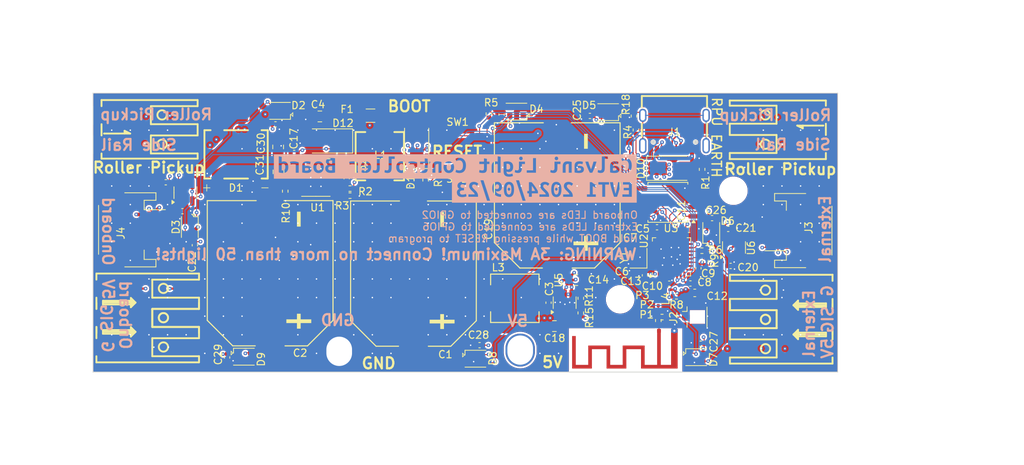
<source format=kicad_pcb>
(kicad_pcb (version 20240108) (generator "pcbnew") (generator_version "8.0")
  (title_block (date "2024-09-22"))
  (layers (0 "F.Cu" signal) (1 "In1.Cu" signal "GND") (2 "In2.Cu" signal "POWER") (31 "B.Cu" signal) (34 "B.Paste" user) (35 "F.Paste" user) (36 "B.SilkS" user "B.Silkscreen") (37 "F.SilkS" user "F.Silkscreen") (38 "B.Mask" user) (39 "F.Mask" user) (44 "Edge.Cuts" user))
  (net 0 "")
  (net 1 "/VAC_RECTIFIED")
  (net 2 "GND")
  (net 3 "Net-(U5-SW)")
  (net 4 "Net-(U5-CB)")
  (net 5 "/5V_UNFUSED")
  (net 6 "Net-(U2-XTAL_N)")
  (net 7 "VWIFI")
  (net 8 "VSPI")
  (net 9 "/LED_EXTERNAL_5V")
  (net 10 "Net-(D9-DOUT)")
  (net 11 "Earth")
  (net 12 "VAC")
  (net 13 "Net-(D2-DIN)")
  (net 14 "Net-(D2-DOUT)")
  (net 15 "/LED_INTERNAL_5V")
  (net 16 "Net-(D4-DOUT)")
  (net 17 "Net-(D5-DOUT)")
  (net 18 "Net-(D6-DOUT)")
  (net 19 "Net-(D7-DOUT)")
  (net 20 "Net-(D8-DOUT)")
  (net 21 "VUSB")
  (net 22 "Net-(D11-A)")
  (net 23 "/USB_INT_DP")
  (net 25 "Net-(J1-CC2)")
  (net 26 "Net-(J1-CC1)")
  (net 27 "/USB_INT_DN")
  (net 29 "Net-(J2-In)")
  (net 30 "Net-(U2-XTAL_P)")
  (net 31 "Net-(U2-LNA_IN)")
  (net 32 "Net-(U1-FB)")
  (net 33 "/BOOT_MODE")
  (net 34 "Net-(U2-GPIO8)")
  (net 35 "/LED_INTERNAL")
  (net 36 "/LED_EXTERNAL")
  (net 37 "Net-(U5-FB)")
  (net 38 "/SPI_CS")
  (net 39 "/SPI_IO1")
  (net 42 "/SPI_IO0")
  (net 44 "/SPI_CLK")
  (net 45 "/SPI_IO2")
  (net 48 "/SPI_IO3")
  (net 51 "Net-(AE1-A)")
  (net 52 "Net-(P1-Pad2)")
  (net 53 "/RESET")
  (net 54 "V5V")
  (net 55 "Net-(J1-Shell-Pad1)")
  (net 56 "Net-(C10-Pad1)")
  (net 57 "Net-(D12-K)")
  (net 58 "Net-(U1-BOOT)")
  (net 59 "Net-(U1-SS)")
  (net 60 "Net-(U1-RT{slash}SYNC)")
  (footprint "MountingHole:MountingHole_3.5mm" (layer "F.Cu") (at 167.67 96.51 -90)
    (property "Reference" "H3" (hide yes))
    (property "Value" "Mounting Hole")
  )
  (footprint "Galvani:LED_WS2812B-2020_PLCC4_2.0x2.0mm" (layer "F.Cu") (at 100.8888 119.1768)
    (property "Reference" "D9")
    (property "Value" "WS2812C-2020")
  )
  (footprint "MountingHole:MountingHole_3.5mm" (layer "F.Cu") (at 152.221467 111.338824 -90)
    (property "Reference" "H2" (hide yes))
    (property "Value" "Mounting Hole")
  )
  (footprint "Resistor_SMD:R_0402_1005Metric" (layer "F.Cu") (at 157.932818 113.766196 180)
    (property "Reference" "R17" (hide yes))
    (property "Value" "R 20k 0402")
  )
  (footprint "Galvani:CAP-SMD_BD18.0-L21.5-W21.5" (layer "F.Cu") (at 143.639821 96.730165 90)
    (property "Reference" "C19")
    (property "Value" "1.8mF")
  )
  (footprint "Galvani:LED_WS2812B-2020_PLCC4_2.0x2.0mm" (layer "F.Cu") (at 164.65 102.27 90)
    (property "Reference" "D6")
    (property "Value" "WS2812C-2020")
  )
  (footprint "Diode_SMD:D_SMA" (layer "F.Cu") (at 124.46 89.9668 90)
    (property "Reference" "D11")
    (property "Value" "SS34")
  )
  (footprint "Capacitor_SMD:C_0402_1005Metric" (layer "F.Cu") (at 133.04 117.6 180)
    (property "Reference" "C28")
    (property "Value" "Cap 100nF 0402")
  )
  (footprint "Galvani:Test Point" (layer "F.Cu") (at 113.891679 118.440179 180)
    (property "Reference" "TP1" (hide yes))
    (property "Value" "GND")
  )
  (footprint "Resistor_SMD:R_0402_1005Metric" (layer "F.Cu") (at 115.3668 97.1804)
    (property "Reference" "R3")
    (property "Value" "R 20k 0402")
  )
  (footprint "Capacitor_SMD:C_0201_0603Metric" (layer "F.Cu") (at 154.386669 107.51272 180)
    (property "Reference" "C6")
    (property "Value" "Cap 12pF 0201")
  )
  (footprint "Package_TO_SOT_SMD:SOT-23-6" (layer "F.Cu") (at 167.75 104.2575 90)
    (property "Reference" "U6")
    (property "Value" "SN74LVC1T45DBVR")
  )
  (footprint "Capacitor_SMD:C_0402_1005Metric" (layer "F.Cu") (at 167.29 106.78 180)
    (property "Reference" "C20")
    (property "Value" "Cap 100nF 0402")
  )
  (footprint "Package_SO:SOIC-8-1EP_3.9x4.9mm_P1.27mm_EP2.41x3.3mm_ThermalVias" (layer "F.Cu") (at 110.7044 94.7104)
    (property "Reference" "U1")
    (property "Value" "LMR14030SDDAR")
  )
  (footprint "Galvani:IND-SMD_L7.2-W6.6_GPSR07X0" (layer "F.Cu") (at 119.4308 91.7956 90)
    (property "Reference" "L1")
    (property "Value" "4.7uH")
  )
  (footprint "Capacitor_SMD:C_0402_1005Metric" (layer "F.Cu") (at 148.09 86.29 180)
    (property "Reference" "C25")
    (property "Value" "Cap 100nF 0402")
  )
  (footprint "Resistor_SMD:R_0402_1005Metric" (layer "F.Cu") (at 163.85 106.15 90)
    (property "Reference" "R9")
    (property "Value" "R 20k 0402")
  )
  (footprint "Galvani:LED_WS2812B-2020_PLCC4_2.0x2.0mm" (layer "F.Cu") (at 93.51 101.4675 -90)
    (property "Reference" "D3")
    (property "Value" "WS2812C-2020")
  )
  (footprint "Galvani:LED_WS2812B-2020_PLCC4_2.0x2.0mm" (layer "F.Cu") (at 132.475 119.45)
    (property "Reference" "D8")
    (property "Value" "WS2812C-2020")
  )
  (footprint "Galvani:DB-S_L8.3-W6.4-P5.10-LS9.9-TL" (layer "F.Cu") (at 99.822 91.5416)
    (property "Reference" "D1")
    (property "Value" "DB307S")
  )
  (footprint "Package_TO_SOT_SMD:SOT-23-6" (layer "F.Cu") (at 144.65 111.797 90)
    (property "Reference" "U5")
    (property "Value" "TPS560430")
  )
  (footprint "Resistor_SMD:R_0402_1005Metric" (layer "F.Cu") (at 157.43 114.24 -90)
    (property "Reference" "R16" (hide yes))
    (property "Value" "R 20k 0402")
  )
  (footprint "Galvani:Test Point" (layer "F.Cu") (at 138.5824 118.2717 180)
    (property "Reference" "TP2" (hide yes))
    (property "Value" "5V")
  )
  (footprint "Capacitor_SMD:C_0402_1005Metric" (layer "F.Cu") (at 105.2 87.44)
    (property "Reference" "C23" (hide yes))
    (property "Value" "Cap 100nF 0402")
  )
  (footprint "Capacitor_SMD:C_0805_2012Metric" (layer "F.Cu") (at 105.5624 90.5256 90)
    (property "Reference" "C30")
    (property "Value" "Cap 10uF 0805")
  )
  (footprint "Capacitor_SMD:C_0402_1005Metric" (layer "F.Cu") (at 90.23 95.355 180)
    (property "Reference" "C16" (hide yes))
    (property "Value" "Cap 100nF 0402")
  )
  (footprint "Resistor_SMD:R_0402_1005Metric" (layer "F.Cu") (at 159.9 110.92 180)
    (property "Reference" "R8")
    (property "Value" "R 20k 0402")
  )
  (footprint "Resistor_SMD:R_0402_1005Metric" (layer "F.Cu") (at 163.375 104.7)
    (property "Reference" "R6")
    (property "Value" "R 20k 0402")
  )
  (footprint "Capacitor_SMD:C_0402_1005Metric" (layer "F.Cu") (at 142.45 111.797 -90)
    (property "Reference" "C3")
    (property "Value" "Cap 100nF 0402")
  )
  (footprint "Resistor_SMD:R_0402_1005Metric" (layer "F.Cu") (at 163.4 93.59 -90)
    (property "Reference" "R1")
    (property "Value" "R 5.1k 0402")
  )
  (footprint "Capacitor_SMD:C_0402_1005Metric" (layer "F.Cu") (at 162.9 107.1 -90)
    (property "Reference" "C9")
    (property "Value" "Cap 1uF 0402")
  )
  (footprint "Galvani:CONN-SMD_2060-452" (layer "F.Cu") (at 88.425 88.1885)
    (property "Reference" "CONN4" (hide yes))
    (property "Value" "Wire Connector")
  )
  (footprint "Resistor_SMD:R_0402_1005Metric" (layer "F.Cu") (at 115.3668 96.2152)
    (property "Reference" "R2")
    (property "Value" "R 20k 0402")
  )
  (footprint "RF_Antenna:Texas_SWRA117D_2.4GHz_Right" (layer "F.Cu") (at 157.515 115.64 180)
    (property "Reference" "AE1" (hide yes))
    (property "Value" "PCB Antenna")
  )
  (footprint "Galvani:LED_WS2812B-2020_PLCC4_2.0x2.0mm" (layer "F.Cu") (at 162.585 119.24)
    (property "Reference" "D7")
    (property "Value" "WS2812C-2020")
  )
  (footprint "Galvani:CONN-SMD_2060-452" (layer "F.Cu") (at 173.325 88.125 180)
    (property "Reference" "CONN3" (hide yes))
    (property "Value" "Wire Connector")
  )
  (footprint "Galvani:Crystal_SMD_2016-4Pin_2.0x1.6mm" (layer "F.Cu") (at 154.723079 105.720012 90)
    (property "Reference" "Y1")
    (property "Value" "Crystal 40MHz 2016")
  )
  (footprint "Galvani:CAP-SMD_BD18.0-L21.5-W21.5" (layer "F.Cu") (at 104.47 107.36 90)
    (property "Reference" "C2")
    (property "Value" "1.8mF")
  )
  (footprint "Capacitor_SMD:C_0402_1005Metric" (layer "F.Cu") (at 155.6 108.06 -90)
    (property "Reference" "C13")
    (property "Value" "Cap 10nF 0402")
  )
  (footprint "Capacitor_SMD:C_0402_1005Metric" (layer "F.Cu") (at 158.92 109.2)
    (property "Reference" "C10")
    (property "Value" "Cap 1uF 0402")
  )
  (footprint "Capacitor_SMD:C_0201_0603Metric" (layer "F.Cu") (at 157.07 110.84)
    (property "Reference" "P3")
    (property "Value" "Cap 1.5pF 0201")
  )
  (footprint "Galvani:LED_WS2812B-2020_PLCC4_2.0x2.0mm" (layer "F.Cu") (at 105.815 85.6 180)
    (property "Reference" "D2")
    (property "Value" "WS2812C-2020")
  )
  (footprint "Capacitor_SMD:C_0402_1005Metric" (layer "F.Cu") (at 92.5068 99.305 180)
    (property "Reference" "C15" (hide yes))
    (property "Value" "Cap 100nF 0402")
  )
  (footprint "Galvani:USB-C-SMD_TYPE-C16PIN" (layer "F.Cu") (at 159.625 88.575 180)
    (property "Reference" "J1")
    (property "Value" "USB-C Receptacle")
    (fp_poly (pts (xy 3.215 -1.288) (xy 3.1954 -1.399157) (xy 3.138964 -1.496906) (xy 3.0525 -1.569458) (xy 2.946436 -1.608063) (xy 2.833564 -1.608063) (xy 2.7275 -1.569458) (xy 2.641036 -1.496906) (xy 2.5846 -1.399157) (xy 2.565 -1.288) (xy 2.5846 -1.176843) (xy 2.641036 -1.079094) (xy 2.7275 -1.006542) (xy 2.833564 -0.967937) (xy 2.946436 -0.967937) (xy 3.0525 -1.006542) (xy 3.138964 -1.079094) (xy 3.1954 -1.176843)) (fill solid) (layer "Edge.Cuts"))
    (fp_poly (pts (xy -2.565 -1.288) (xy -2.5846 -1.399157) (xy -2.641036 -1.496906) (xy -2.7275 -1.569458) (xy -2.833564 -1.608063) (xy -2.946436 -1.608063) (xy -3.0525 -1.569458) (xy -3.138964 -1.496906) (xy -3.1954 -1.399157) (xy -3.215 -1.288) (xy -3.1954 -1.176843) (xy -3.138964 -1.079094) (xy -3.0525 -1.006542) (xy -2.946436 -0.967937) (xy -2.833564 -0.967937) (xy -2.7275 -1.006542) (xy -2.641036 -1.079094) (xy -2.5846 -1.176843)) (fill solid) (layer "Edge.Cuts"))
  )
  (footprint "Galvani:CONN-SMD_2060-453" (layer "F.Cu") (at 88.3875 113.88)
    (property "Reference" "CONN2" (hide yes))
    (property "Value" "Bare Wire")
  )
  (footprint "Capacitor_SMD:C_0402_1005Metric" (layer "F.Cu") (at 114.9096 94.7928 -90)
    (property "Reference" "C32")
    (property "Value" "Cap 10nF 0402")
  )
  (footprint "Galvani:CONN-SMD_2060-453" (layer "F.Cu") (at 173.5725 114.05 180)
    (property "Reference" "CONN1" (hide yes))
    (property "Value" "Bare Wire")
  )
  (footprint "Capacitor_SMD:C_0402_1005Metric" (layer "F.Cu") (at 166.96 101.72)
    (property "Reference" "C21")
    (property "Value" "Cap 100nF 0402")
  )
  (footprint "Package_DFN_QFN:QFN-32-1EP_5x5mm_P0.5mm_EP3.45x3.45mm" (layer "F.Cu") (at 159.225 105.5375 90)
    (property "Reference" "U2")
    (property "Value" "ESP32-C3FN4")
  )
  (footprint "Galvani:IND-SMD_L7.1-W6.6" (layer "F.Cu") (at 137.85 111.197 180)
    (property "Reference" "L3")
    (property "Value" "22uH")
  )
  (footprint "Capacitor_SMD:C_0201_0603Metric" (layer "F.Cu") (at 154.178 103.9)
    (property "Reference" "C7")
    (property "Value" "Cap 12pF 0201")
  )
  (footprint "Button_Switch_SMD:SW_Push_1P1T_XKB_TS-1187A" (layer "F.Cu") (at 129.9972 94.8944 180)
    (property "Reference" "SW2")
    (property "Value" "Pushbutton 4.2x3.2mm 250gf")
  )
  (footprint "Capacitor_SMD:C_0805_2012Metric" (layer "F.Cu") (at 111.252 86.36 180)
    (property "Reference" "C4")
    (property "Value" "Cap 22uF 0805")
  )
  (footprint "Capacitor_SMD:C_0805_2012Metric" (layer "F.Cu") (at 143.25 114.997)
    (property "Reference" "C18")
    (property "Value" "Cap 22uF 0805")
  )
  (footprint "Resistor_SMD:R_0402_1005Metric" (layer "F.Cu") (at 125.6792 95.0468 -90)
    (property "Reference" "R7")
    (property "Value" "R 20k 0402")
  )
  (footprint "Package_TO_SOT_SMD:SOT-23-6" (layer "F.Cu") (at 92.91 96.7725 90)
    (property "Reference" "U4" (hide yes))
    (property "Value" "SN74LVC1T45DBVR")
  )
  (footprint "Capacitor_SMD:C_0805_2012Metric" (layer "F.Cu") (at 146.177 108.712)
    (property "Reference" "C14")
    (property "Value" "Cap 22uF 0805")
  )
  (footprint "Connector_Coaxial:U.FL_Hirose_U.FL-R-SMT-1_Vertical" (layer "F.Cu") (at 162.23 113.75)
    (property "Reference" "J2")
    (property "Value" "U.FL Connector")
  )
  (footprint "Diode_SMD:D_SMA" (layer "F.Cu") (at 112.2172 89.7128 180)
    (property "Reference" "D12")
    (property "Value" "SS34")
  )
  (footprint "Capacitor_SMD:C_0402_1005Metric" (layer "F.Cu") (at 98.6028 119.2784 -90)
    (property "Reference" "C29")
    (property "Value" "Cap 100nF 0402")
  )
  (footprint "Connector_JST:JST_PH_S3B-PH-SM4-TB_1x03-1MP_P2.00mm_Horizontal" (layer "F.Cu") (at 176.6 101.95 90)
    (property "Reference" "J3")
    (property "Value" "JST-PH")
  )
  (footprint "Button_Switch_SMD:SW_Push_1P1T_XKB_TS-1187A" (layer "F.Cu") (at 130.0452 87.1266)
    (property "Reference" "SW1")
    (property "Value" "Pushbutton 4.2x3.2mm 250gf")
  )
  (footprint "Connector_JST:JST_PH_S3B-PH-SM4-TB_1x03-1MP_P2.00mm_Horizontal" (layer "F.Cu") (at 85.575 101.85 -90)
    (property "Reference" "J4")
    (property "Value" "JST-PH")
  )
  (footprint "Capacitor_SMD:C_0603_1608Metric" (layer "F.Cu") (at 162.4 110.46)
    (property "Reference" "C12")
    (property "Value" "Cap 10uF 0603")
  )
  (footprint "Fuse:Fuse_1206_3216Metric" (layer "F.Cu") (at 118.1608 86.2584)
    (property "Reference" "F1")
    (property "Value" "SRF1206P150")
  )
  (footprint "Resistor_SMD:R_0402_1005Metric" (layer "F.Cu") (at 154.11 86.31 90)
    (property "Reference" "R18")
    (property "Value" "R 20k 0402")
  )
  (footprint "Capacitor_SMD:C_0402_1005Metric" (layer "F.Cu") (at 161.805 109.175)
    (property "Reference" "C8")
    (property "Value" "Cap 1uF 0402")
  )
  (footprint "Capacitor_SMD:C_0402_1005Metric" (layer "F.Cu") (at 94.2 103.95 -90)
    (property "Reference" "C22")
    (property "Value" "Cap 100nF 0402")
  )
  (footprint "Galvani:CAP-SMD_BD18.0-L21.5-W21.5" (layer "F.Cu") (at 124.02 107.41 90)
    (property "Reference" "C1")
    (property "Value" "1.8mF")
  )
  (footprint "Capacitor_SMD:C_0805_2012Metric" (layer "F.Cu") (at 105.6132 93.9292 -90)
    (property "Reference" "C31")
    (property "Value" "Cap 10uF 0805")
  )
  (footprint "Resistor_SMD:R_0402_1005Metric" (layer "F.Cu") (at 146.85 111.197 90)
    (property "Reference" "R11")
    (property "Value" "R 22.1k 0402")
  )
  (footprint "Capacitor_SMD:C_0402_1005Metric" (layer "F.Cu") (at 157.25 101.5)
    (property "Reference" "C5")
    (property "Value" "Cap 100nF 0402")
  )
  (footprint "Capacitor_SMD:C_0402_1005Metric" (layer "F.Cu") (at 107.7468 91.3384 180)
    (property "Reference" "C17")
    (property "Value" "Cap 100nF 0402")
  )
  (footprint "Resistor_SMD:R_0402_1005Metric" (layer "F.Cu") (at 106.5276 96.5708 90)
    (property "Reference" "R10")
    (property "Value" "R 20k 0402")
  )
  (footprint "Capacitor_SMD:C_0402_1005Metric" (layer "F.Cu") (at 164.76 100.25)
    (property "Reference" "C26")
    (property "Value" "Cap 100nF 0402")
  )
  (footprint "Inductor_SMD:L_0201_0603Metric" (layer "F.Cu") (at 157.42 111.89 90)
    (property "Reference" "P2")
    (property "Value" "L 2.7 nH 0201")
  )
  (footprint "Resistor_SMD:R_0402_1005Metric" (layer "F.Cu") (at 146.85 113.197 -90)
    (property "Reference" "R15")
    (property "Value" "R 20k 0402")
  )
  (footprint "Diode_SMD:D_SMA" (layer "F.Cu") (at 159.34 93.44)
    (property "Reference" "D10")
    (property "Value" "SS34")
  )
  (footprint "Resistor_SMD:R_0402_1005Metric" (layer "F.Cu") (at 154.38 88.21 90)
    (property "Reference" "R4")
    (property "Value" "R 5.1k 0402")
  )
  (footprint "Inductor_SMD:L_0201_0603Metric" (layer "F.Cu") (at 158.705 110.025)
    (property "Reference" "L4")
    (property "Value" "L 2.7 nH 0201")
  )
  (footprint "Capacitor_SMD:C_0402_1005Metric" (layer "F.Cu") (at 136.0424 86.106 90)
    (property "Reference" "C24" (hide yes))
    (property "Value" "Cap 100nF 0402")
  )
  (footprint "Capacitor_SMD:C_0402_1005Metric" (layer "F.Cu") (at 161.62 101.85)
    (property "Reference" "C11")
    (property "Value" "Cap 100nF 0402")
  )
  (footprint "Galvani:LED_WS2812B-2020_PLCC4_2.0x2.0mm" (layer "F.Cu") (at 150.58 85.775 180)
    (property "Reference" "D5")
    (property "Value" "WS2812C-2020")
  )
  (footprint "Resistor_SMD:R_0402_1005Metric" (layer "F.Cu") (at 134.3152 86.0044 -90)
    (property "Reference" "R5")
    (property "Value" "R 20k 0402")
  )
  (footprint "Capacitor_SMD:C_0402_1005Metric" (layer "F.Cu") (at 163.2 117.4 180)
    (property "Reference" "C27")
    (property "Value" "Cap 100nF 0402")
  )
  (footprint "Galvani:LED_WS2812B-2020_PLCC4_2.0x2.0mm" (layer "F.Cu") (at 138.075 85.7084 180)
    (property "Reference" "D4")
    (property "Value" "WS2812C-2020")
  )
  (footprint "Package_SO:SOIC-8_5.23x5.23mm_P1.27mm" (layer "F.Cu") (at 158.73 98.095 180)
    (property "Reference" "U3")
    (property "Value" "W25Q128JVS")
  )
  (footprint "Capacitor_SMD:C_0201_0603Metric" (layer "F.Cu") (at 157.77 112.94 180)
    (property "Reference" "P1")
    (property "Value" "Cap 1.5pF 0201")
  )
  (footprint "kibuzzard-66F0D9A1" (layer "B.Cu") (at 129.725 93.2 180)
    (property "Reference" "kibuzzard-66F0D9A1" (hide yes))
    (property "Value" "G***" (hide yes))
  )
  (footprint "kibuzzard-66F0D9BF" (layer "B.Cu") (at 141.875 96.475 180)
    (property "Reference" "kibuzzard-66F0D9BF" (hide yes))
    (property "Value" "G***" (hide yes))
  )
  (gr_line (start 80.3 83.175) (end 80.3 121.275) (stroke (width 0.1)) (layer "Edge.Cuts"))
  (gr_line (start 80.3 121.275) (end 181.9 121.275) (stroke (width 0.1)) (layer "Edge.Cuts"))
  (gr_line (start 181.9 121.275) (end 181.9 83.175) (stroke (width 0.1)) (layer "Edge.Cuts"))
  (gr_line (start 181.9 83.175) (end 80.3 83.175) (stroke (width 0.1)) (layer "Edge.Cuts"))
  (gr_text "Onboard" (at 83.82 118.3132 -90) (layer "B.SilkS") (effects (font (size 1.5 1.5) (thickness 0.3) (bold yes)) (justify left bottom mirror)))
  (gr_text "External" (at 181.0512 96.9772 90) (layer "B.SilkS") (effects (font (size 1.5 1.5) (thickness 0.3) (bold yes)) (justify left bottom mirror)))
  (gr_text "Roller Pickup" (at 181.2036 87.0712 0) (layer "B.SilkS") (effects (font (size 1.5 1.5) (thickness 0.3) (bold yes)) (justify left bottom mirror)))
  (gr_text "Side Rail" (at 181.102 91.0844 0) (layer "B.SilkS") (effects (font (size 1.5 1.5) (thickness 0.3) (bold yes)) (justify left bottom mirror)))
  (gr_text "SIG" (at 181.4068 112.0648 -270) (layer "B.SilkS") (effects (font (size 1.5 1.5) (thickness 0.3) (bold yes)) (justify left bottom mirror)))
  (gr_text "External" (at 178.8668 109.8804 90) (layer "B.SilkS") (effects (font (size 1.5 1.5) (thickness 0.3) (bold yes)) (justify left bottom mirror)))
  (gr_text "5V" (at 181.3676 116.4894 90) (layer "B.SilkS") (effects (font (size 1.5 1.5) (thickness 0.3) (bold yes)) (justify left bottom mirror)))
  (gr_text "WARNING: 3A Maximum! Connect no more than 50 lights!" (at 154.6352 106.0704 0) (layer "B.SilkS") (effects (font (size 1.5 1.5) (thickness 0.3) (bold yes)) (justify left bottom mirror)))
  (gr_text "SIG" (at 81.21 115.89 -90) (layer "B.SilkS") (effects (font (size 1.5 1.5) (thickness 0.3) (bold yes)) (justify left bottom mirror)))
  (gr_text "Side Rail" (at 91.8972 91.1352 0) (layer "B.SilkS") (effects (font (size 1.5 1.5) (thickness 0.3) (bold yes)) (justify left bottom mirror)))
  (gr_text "5V" (at 139.8016 115.1636 -0) (layer "B.SilkS") (effects (font (size 1.5 1.5) (thickness 0.3) (bold yes)) (justify left bottom mirror)))
  (gr_text "5V" (at 81.5 111.52 -90) (layer "B.SilkS") (effects (font (size 1.5 1.5) (thickness 0.3) (bold yes)) (justify left bottom mirror)))
  (gr_text "Onboard" (at 81.4832 106.8832 -90) (layer "B.SilkS") (effects (font (size 1.5 1.5) (thickness 0.3) (bold yes)) (justify left bottom mirror)))
  (gr_text "GND" (at 116.1796 115.062 -0) (layer "B.SilkS") (effects (font (size 1.5 1.5) (thickness 0.3) (bold yes)) (justify left bottom mirror)))
  (gr_text "Onboard LEDs are connected to GPIO2\nExternal LEDs are connected to GPIO6\nHold BOOT while pressing RESET to program" (at 154.725 103.625 0) (layer "B.SilkS") (effects (font (size 1 1)) (justify left bottom mirror)))
  (gr_text "G" (at 81.4 118.77 -90) (layer "B.SilkS") (effects (font (size 1.5 1.5) (thickness 0.3) (bold yes)) (justify left bottom mirror)))
  (gr_text "Roller Pickup" (at 96.7232 86.9696 0) (layer "B.SilkS") (effects (font (size 1.5 1.5) (thickness 0.3) (bold yes)) (justify left bottom mirror)))
  (gr_text "G" (at 181.356 109.22 90) (layer "B.SilkS") (effects (font (size 1.5 1.5) (thickness 0.3) (bold yes)) (justify left bottom mirror)))
  (gr_text "5V" (at 141.4272 120.8024 0) (layer "F.SilkS") (effects (font (size 1.5 1.5) (thickness 0.3) (bold yes)) (justify left bottom)))
  (gr_text "RESET" (at 126.3904 92.0496 0) (layer "F.SilkS") (effects (font (size 1.5 1.5) (thickness 0.3) (bold yes)) (justify left bottom)))
  (gr_text "Roller Pickup" (at 166.27 94.45 0) (layer "F.SilkS") (effects (font (size 1.5 1.5) (thickness 0.3) (bold yes)) (justify left bottom)))
  (gr_text "BOOT" (at 120.3452 85.852 0) (layer "F.SilkS") (effects (font (size 1.5 1.5) (thickness 0.3) (bold yes)) (justify left bottom)))
  (gr_text "EARTH" (at 164.575 88.625 270) (layer "F.SilkS") (effects (font (size 1.3 1.3) (thickness 0.2)) (justify left bottom)))
  (gr_text "GND" (at 116.7892 120.9548 0) (layer "F.SilkS") (effects (font (size 1.5 1.5) (thickness 0.3) (bold yes)) (justify left bottom)))
  (gr_text "RPU" (at 164.6428 83.6168 -90) (layer "F.SilkS") (effects (font (size 1.3 1.3) (thickness 0.2)) (justify left bottom)))
  (gr_text "Roller Pickup" (at 80.1116 94.234 0) (layer "F.SilkS") (effects (font (size 1.5 1.5) (thickness 0.3) (bold yes)) (justify left bottom)))
  (segment (start 106.2036 93.3196) (end 106.7256 93.8416) (width 1) (layer "F.Cu") (net 1))
  (segment (start 105.6132 92.8116) (end 105.1052 93.3196) (width 1) (layer "F.Cu") (net 1))
  (segment (start 105.5624 91.4756) (end 105.6132 91.5264) (width 1) (layer "F.Cu") (net 1))
  (segment (start 97.272 96.0416) (end 99.994 93.3196) (width 1) (layer "F.Cu") (net 1))
  (segment (start 124.02 114.21) (end 125.1585 114.21) (width 1) (layer "F.Cu") (net 1))
  (segment (start 97.272 96.0416) (end 97.272 100.6248) (width 1) (layer "F.Cu") (net 1))
  (segment (start 105.6132 91.5264) (end 105.6132 92.8116) (width 1) (layer "F.Cu") (net 1))
  (segment (start 104.47 107.8228) (end 104.47 114.16) (width 1) (layer "F.Cu") (net 1))
  (segment (start 104.5592 114.2492) (end 123.9808 114.2492) (width 1) (layer "F.Cu") (net 1))
  (segment (start 99.994 93.3196) (end 106.2036 93.3196) (width 1) (layer "F.Cu") (net 1))
  (segment (start 125.1585 114.21) (end 135.838335 103.530165) (width 1) (layer "F.Cu") (net 1))
  (segment (start 135.838335 103.530165) (end 143.639821 103.530165) (width 1) (layer "F.Cu") (net 1))
  (segment (start 107.9956 93.8416) (end 108.2294 94.0754) (width 1) (layer "F.Cu") (net 1))
  (segment (start 106.7256 93.8416) (end 107.9956 93.8416) (width 1) (layer "F.Cu") (net 1))
  (segment (start 106.7256 93.8416) (end 108.2294 95.3454) (width 1) (layer "F.Cu") (net 1))
  (segment (start 97.272 100.6248) (end 104.47 107.8228) (width 1) (layer "F.Cu") (net 1))
  (segment (start 159.475 107.975) (end 159.475 108.55108) (width 0.127) (layer "F.Cu") (net 2))
  (segment (start 106.4768 97.79) (end 106.5784 97.8916) (width 0.127) (layer "F.Cu") (net 2))
  (segment (start 147.955 108.712) (end 148.1582 108.9152) (width 0.349512) (layer "F.Cu") (net 2))
  (segment (start 158.975 107.975) (end 159.11 107.975) (width 0.127) (layer "F.Cu") (net 2))
  (segment (start 159.4 109.2) (end 159.4 108.265) (width 0.127) (layer "F.Cu") (net 2))
  (segment (start 154.38 87.38) (end 153.49 86.49) (width 0.127) (layer "F.Cu") (net 2))
  (segment (start 106.73 85.05) (end 106.08 85.7) (width 0.127) (layer "F.Cu") (net 2))
  (segment (start 99.9738 119.7268) (end 99.4156 119.7268) (width 0.127) (layer "F.Cu") (net 2))
  (segment (start 144.5291 112.1633) (end 144.6784 112.014) (width 0.349512) (layer "F.Cu") (net 2))
  (segment (start 157.73 100.55) (end 157.73 100.550004) (width 0.127) (layer "F.Cu") (net 2))
  (segment (start 159.4 109.2) (end 159.4 108.864404) (width 0.127) (layer "F.Cu") (net 2))
  (segment (start 167.44 101.72) (end 168.0788 101.72) (width 0.3) (layer "F.Cu") (net 2))
  (segment (start 132.56 117.6) (end 131.83 117.6) (width 0.127) (layer "F.Cu") (net 2))
  (segment (start 89 104.875) (end 88.425 104.3) (width 0.5) (layer "F.Cu") (net 2))
  (segment (start 92.9868 99.305) (end 93.5826 99.305) (width 0.5) (layer "F.Cu") (net 2))
  (segment (start 144.65 112.9345) (end 144.65 112.448806) (width 0.349512) (layer "F.Cu") (net 2))
  (segment (start 105.68 87.44) (end 105.68 88.06) (width 0.127) (layer "F.Cu") (net 2))
  (segment (start 165.2 103.185) (end 165.2 102.7192) (width 0.3) (layer "F.Cu") (net 2))
  (segment (start 138.99 85.1584) (end 138.3765 85.7719) (width 0.127) (layer "F.Cu") (net 2))
  (segment (start 115.8768 97.1804) (end 116.586 97.1804) (width 0.127) (layer "F.Cu") (net 2))
  (segment (start 106.4768 96.9792) (end 106.4768 97.79) (width 0.127) (layer "F.Cu") (net 2))
  (segment (start 159.4 108.265) (end 159.11 107.975) (width 0.127) (layer "F.Cu") (net 2))
  (segment (start 105.68 88.06) (end 105.73 88.11) (width 0.127) (layer "F.Cu") (net 2))
  (segment (start 164.2 94.1) (end 164.21 94.09) (width 0.127) (layer "F.Cu") (net 2))
  (segment (start 110.302 86.36) (end 109.728 86.36) (width 0.127) (layer "F.Cu") (net 2))
  (segment (start 144.5291 112.8136) (end 144.5291 112.1633) (width 0.349512) (layer "F.Cu") (net 2))
  (segment (start 132.9972 96.0148) (end 132.8928 95.9104) (width 0.127) (layer "F.Cu") (net 2))
  (segment (start 105.68 87.3) (end 106.08 86.9) (width 0.127) (layer "F.Cu") (net 2))
  (segment (start 99.4156 119.7268) (end 98.8376 119.7268) (width 0.127) (layer "F.Cu") (net 2))
  (segment (start 159.11 107.975) (end 159.475 107.975) (width 0.127) (layer "F.Cu") (net 2))
  (segment (start 126.9972 96.7694) (end 127.919 96.7694) (width 0.127) (layer "F.Cu") (net 2))
  (segment (start 155.18 108.54) (end 154.78 108.14) (width 0.127) (layer "F.Cu") (net 2))
  (segment (start 162.1384 101.7016) (end 162.9664 101.7016) (width 0.127) (layer "F.Cu") (net 2))
  (segment (start 132.08 120) (end 132.23 119.85) (width 0.127) (layer "F.Cu") (net 2))
  (segment (start 154.066669 107.51272) (end 153.57272 107.51272) (width 0.127) (layer "F.Cu") (net 2))
  (segment (start 93.5826 99.305) (end 93.6244 99.2632) (width 0.5) (layer "F.Cu") (net 2))
  (segment (start 88.425 103.85) (end 90.675 103.85) (width 0.5) (layer "F.Cu") (net 2))
  (segment (start 135.4689 87.2597) (end 135.4836 87.2744) (width 0.127) (layer "F.Cu") (net 2))
  (segment (start 159.475 108.55108) (end 159.280838 108.745242) (width 0.127) (layer "F.Cu") (net 2))
  (segment (start 178.1975 110.05) (end 174.525 110.05) (width 1) (layer "F.Cu") (net 2))
  (segment (start 162.05 117.4) (end 161.925 117.275) (width 0.127) (layer "F.Cu") (net 2))
  (segment (start 156.75 110.84) (end 156.75 111.524796) (width 0.349512) (layer "F.Cu") (net 2))
  (segment (start 164.075 115.225) (end 164.1 115.25) (width 0.127) (layer "F.Cu") (net 2))
  (segment (start 142.287 89.962) (end 142.0875 89.7625) (width 0.5) (layer "F.Cu") (net 2))
  (segment (start 167.77 106.78) (end 167.77 107.1656) (width 0.3) (layer "F.Cu") (net 2))
  (segment (start 159.475 107.975) (end 159.475 105.7875) (width 0.127) (layer "F.Cu") (net 2))
  (segment (start 144.65 112.272001) (end 144.137999 111.76) (width 0.349512) (layer "F.Cu") (net 2))
  (segment (start 167.77 107.1656) (end 167.8178 107.2134) (width 0.3) (layer "F.Cu") (net 2))
  (segment (start 105.9332 90.3376) (end 105.9688 90.3732) (width 0.127) (layer "F.Cu") (net 2))
  (segment (start 154.173079 106.420012) (end 153.429988 106.420012) (width 0.127) (layer "F.Cu") (net 2))
  (segment (start 106.08 85.7) (end 106.08 86.9) (width 0.127) (layer "F.Cu") (net 2))
  (segment (start 147.4216 108.712) (end 148.2852 107.8484) (width 0.349512) (layer "F.Cu") (net 2))
  (segment (start 162.825 90.9375) (end 162.825 91.9) (width 0.5) (layer "F.Cu") (net 2))
  (segment (start 108.8644 89.7128) (end 108.5596 90.0176) (width 0.349512) (layer "F.Cu") (net 2))
  (segment (start 146.85 110.687) (end 147.6564 110.687) (width 0.349512) (layer "F.Cu") (net 2))
  (segment (start 131.83 117.6) (end 131.82 117.61) (width 0.127) (layer "F.Cu") (net 2))
  (segment (start 162.9 107.975) (end 163.2 108.275) (width 0.3) (layer "F.Cu") (net 2))
  (segment (start 147.37 86.29) (end 146.94 86.72) (width 0.127) (layer "F.Cu") (net 2))
  (segment (start 158.975 107.975) (end 158.975 105.7875) (width 0.127) (layer "F.Cu") (net 2))
  (segment (start 162.9 109.175) (end 163 109.075) (width 0.3) (layer "F.Cu") (net 2))
  (segment (start 155.273079 105.249385) (end 154.929452 105.593012) (width 0.127) (layer "F.Cu") (net 2))
  (segment (start 153.429988 106.420012) (end 153.36 106.49) (width 0.127) (layer "F.Cu") (net 2))
  (segment (start 110.2172 89.7128) (end 108.8644 89.7128) (width 0.349512) (layer "F.Cu") (net 2))
  (segment (start 131.56 120) (end 132.08 120) (width 0.127) (layer "F.Cu") (net 2))
  (segment (start 168.9475 110.05) (end 171.275 110.05) (width 1) (layer "F.Cu") (net 2))
  (segment (start 167.75 106.2312) (end 167.767 106.2482) (width 0.3) (layer "F.Cu") (net 2))
  (segment (start 163.475 112.275) (end 163.9 111.85) (width 0.127) (layer "F.Cu") (net 2))
  (segment (start 168.0788 101.72) (end 168.1988 101.6) (width 0.3) (layer "F.Cu") (net 2))
  (segment (start 147.61 86.29) (end 147.37 86.29) (width 0.127) (layer "F.Cu") (net 2))
  (segment (start 155.6 108.54) (end 155.18 108.54) (width 0.127) (layer "F.Cu") (net 2))
  (segment (start 162.1826 119.79) (end 162.3568 119.9642) (width 0.127) (layer "F.Cu") (net 2))
  (segment (start 162.72 117.4) (end 162.05 117.4) (width 0.127) (layer "F.Cu") (net 2))
  (segment (start 162.9 107.58) (end 162.9 107.975) (width 0.3) (layer "F.Cu") (net 2))
  (segment (start 144.65 112.448806) (end 145.3388 111.760006) (width 0.349512) (layer "F.Cu") (net 2))
  (segment (start 136.0424 85.626) (end 135.4689 86.1995) (width 0.127) (layer "F.Cu") (net 2))
  (segment (start 153.57272 107.51272) (end 153.49 107.43) (width 0.127) (layer "F.Cu") (net 2))
  (segment (start 147.127 108.712) (end 147.955 108.712) (width 0.349512) (layer "F.Cu") (net 2))
  (segment (start 144.137999 111.76) (end 143.3576 111.76) (width 0.349512) (layer "F.Cu") (net 2))
  (segment (start 93.45 117.875) (end 90.6 117.875) (width 1) (layer "F.Cu") (net 2))
  (segment (start 114.9096 94.3128) (end 113.4168 94.3128) (width 0.127) (layer "F.Cu") (net 2))
  (segment (start 172.95 100.25) (end 171.75 100.25) (width 0.127) (layer "F.Cu") (net 2))
  (segment (start 161.67 119.79) (end 162.1826 119.79) (width 0.127) (layer "F.Cu") (net 2))
  (segment (start 116.586 97.1804) (end 116.6368 97.2312) (width 0.127) (layer "F.Cu") (net 2))
  (segment (start 165.2 102.7192) (end 165.354 102.5652) (width 0.3) (layer "F.Cu") (net 2))
  (segment (start 162.3 96.16) (end 161.05 96.16) (width 0.127) (layer "F.Cu") (net 2))
  (segment (start 84.2 117.875) (end 88.6 117.875) (width 1) (layer "F.Cu") (net 2))
  (segment (start 162.285 109.175) (end 162.9 109.175) (width 0.3) (layer "F.Cu") (net 2))
  (segment (start 90.675 103.85) (end 90.8 103.725) (width 0.5) (layer "F.Cu") (net 2))
  (segment (start 92.96 100.5525) (end 92.3737 100.5525) (width 0.127) (layer "F.Cu") (net 2))
  (segment (start 154.38 87.7) (end 154.38 87.38) (width 0.127) (layer "F.Cu") (net 2))
  (segment (start 151.495 85.225) (end 152.19 85.225) (width 0.127) (layer "F.Cu") (net 2))
  (segment (start 171.275 110.05) (end 171.3 110.075) (width 1) (layer "F.Cu") (net 2))
  (segment (start 153.94 103.818) (end 153.94 103.36) (width 0.127) (layer "F.Cu") (net 2))
  (segment (start 109.728 86.36) (end 109.3216 86.7664) (width 0.127) (layer "F.Cu") (net 2))
  (segment (start 135.4689 86.1995) (end 135.4689 87.2597) (width 0.127) (layer "F.Cu") (net 2))
  (segment (start 138.3765 85.7719) (end 138.3765 87.1701) (width 0.127) (layer "F.Cu") (net 2))
  (segment (start 138.3765 87.1701) (end 138.4808 87.2744) (width 0.127) (layer "F.Cu") (net 2))
  (segment (start 174.525 110.05) (end 174.5 110.075) (width 1) (layer "F.Cu") (net 2))
  (segment (start 88.425 104.3) (end 88.425 103.85) (width 0.5) (layer "F.Cu") (net 2))
  (segment (start 144.65 112.9345) (end 144.65 112.272001) (width 0.349512) (layer "F.Cu") (net 2))
  (segment (start 163.4 94.1) (end 164.2 94.1) (width 0.127) (layer "F.Cu") (net 2))
  (segment (start 104.9528 90.3376) (end 105.9332 90.3376) (width 0.127) (layer "F.Cu") (net 2))
  (segment (start 162.825 91.9) (end 163 92.075) (width 0.5) (layer "F.Cu") (net 2))
  (segment (start 156.75 111.524796) (end 156.717996 111.5568) (width 0.349512) (layer "F.Cu") (net 2))
  (segment (start 167.75 105.395) (end 167.75 106.2312) (width 0.3) (layer "F.Cu") (net 2))
  (segment (start 156.425 91.251505) (end 155.975153 91.701352) (width 0.5) (layer "F.Cu") (net 2))
  (segment (start 152.19 85.225) (end 152.575 85.61) (width 0.127) (layer "F.Cu") (net 2))
  (segment (start 162.705 115.225) (end 164.075 115.225) (width 0.127) (layer "F.Cu") (net 2))
  (segment (start 92.3737 100.5525) (end 92.1512 100.33) (width 0.127) (layer "F.Cu") (net 2))
  (segment (start 132.9972 96.7694) (end 132.9972 96.0148) (width 0.127) (layer "F.Cu") (net 2))
  (segment (start 171.75 100.25) (end 171.6 100.1) (width 0.127) (layer "F.Cu") (net 2))
  (segment (start 127.919 96.7694) (end 127.9652 96.7232) (width 0.127) (layer "F.Cu") (net 2))
  (segment (start 90.6 117.875) (end 88.6 117.875) (width 1) (layer "F.Cu") (net 2))
  (segment (start 147.6564 110.687) (end 147.6756 110.6678) (width 0.349512) (layer "F.Cu") (net 2))
  (segment (start 159.4 108.864404) (end 159.280838 108.745242) (width 0.127) (layer "F.Cu") (net 2))
  (via (at 120.9548 108.5596) (size 0.5) (drill 0.2) (layers "F.Cu" "B.Cu") (net 2))
  (via (at 131.1148 100.9396) (size 0.5) (drill 0.2) (layers "F.Cu" "B.Cu") (net 2))
  (via (at 113.3348 88.2396) (size 0.5) (drill 0.2) (layers "F.Cu" "B.Cu") (net 2))
  (via (at 98.0948 111.0996) (size 0.5) (drill 0.2) (layers "F.Cu" "B.Cu") (net 2))
  (via (at 95.5548 118.7196) (size 0.5) (drill 0.2) (layers "F.Cu" "B.Cu") (net 2))
  (via (at 136.1948 98.3996) (size 0.5) (drill 0.2) (layers "F.Cu" "B.Cu") (net 2))
  (via (at 132.23 119.85) (size 0.5) (drill 0.2) (layers "F.Cu" "B.Cu") (net 2))
  (via (at 169.2148 93.3196) (size 0.5) (drill 0.2) (layers "F.Cu" "B.Cu") (net 2))
  (via (at 90.4748 108.5596) (size 0.5) (drill 0.2) (layers "F.Cu" "B.Cu") (net 2))
  (via (at 120.9548 111.0996) (size 0.5) (drill 0.2) (layers "F.Cu" "B.Cu") (net 2))
  (via (at 168.1988 101.6) (size 0.5) (drill 0.2) (layers "F.Cu" "B.Cu") (net 2))
  (via (at 102.15 95.2) (size 0.5) (drill 0.2) (layers "F.Cu" "B.Cu") (net 2))
  (via (at 143.8148 95.8596) (size 0.5) (drill 0.2) (layers "F.Cu" "B.Cu") (net 2))
  (via (at 171.7548 108.5596) (size 0.5) (drill 0.2) (layers "F.Cu" "B.Cu") (net 2))
  (via (at 136.1948 95.8596) (size 0.5) (drill 0.2) (layers "F.Cu" "B.Cu") (net 2))
  (via (at 148.8948 111.0996) (size 0.5) (drill 0.2) (layers "F.Cu" "B.Cu") (net 2))
  (via (at 90.4748 88.2396) (size 0.5) (drill 0.2) (layers "F.Cu" "B.Cu") (net 2))
  (via (at 159.224999 105.537498) (size 0.5) (drill 0.2) (layers "F.Cu" "B.Cu") (net 2))
  (via (at 82.8548 93.3196) (size 0.5) (drill 0.2) (layers "F.Cu" "B.Cu") (net 2))
  (via (at 108.2548 103.4796) (size 0.5) (drill 0.2) (layers "F.Cu" "B.Cu") (net 2))
  (via (at 128.5748 100.9396) (size 0.5) (drill 0.2) (layers "F.Cu" "B.Cu") (net 2))
  (via (at 132.8928 95.9104) (size 0.5) (drill 0.2) (layers "F.Cu" "B.Cu") (net 2))
  (via (at 110.7948 106.0196) (size 0.5) (drill 0.2) (layers "F.Cu" "B.Cu") (net 2))
  (via (at 131.1148 95.8596) (size 0.5) (drill 0.2) (layers "F.Cu" "B.Cu") (net 2))
  (via (at 100.6348 106.0196) (size 0.5) (drill 0.2) (layers "F.Cu" "B.Cu") (net 2))
  (via (at 120.9548 118.7196) (size 0.5) (drill 0.2) (layers "F.Cu" "B.Cu") (net 2))
  (via (at 128.5748 108.5596) (size 0.5) (drill 0.2) (layers "F.Cu" "B.Cu") (net 2))
  (via (at 108.2548 88.2396) (size 0.5) (drill 0.2) (layers "F.Cu" "B.Cu") (net 2))
  (via (at 138.7348 98.3996) (size 0.5) (drill 0.2) (layers "F.Cu" "B.Cu") (net 2))
  (via (at 166.6748 93.3196) (size 0.5) (drill 0.2) (layers "F.Cu" "B.Cu") (net 2))
  (via (at 148.8948 95.8596) (size 0.5) (drill 0.2) (layers "F.Cu" "B.Cu") (net 2))
  (via (at 159.2 104.275) (size 0.5) (drill 0.2) (layers "F.Cu" "B.Cu") (net 2))
  (via (at 176.8348 116.1796) (size 0.5) (drill 0.2) (layers "F.Cu" "B.Cu") (net 2))
  (via (at 174.2948 98.3996) (size 0.5) (drill 0.2) (layers "F.Cu" "B.Cu") (net 2))
  (via (at 148.8948 103.4796) (size 0.5) (drill 0.2) (layers "F.Cu" "B.Cu") (net 2))
  (via (at 146.3548 95.8596) (size 0.5) (drill 0.2) (layers "F.Cu" "B.Cu") (net 2))
  (via (at 142.0875 89.7625) (size 0.5) (drill 0.2) (layers "F.Cu" "B.Cu") (net 2))
  (via (at 90.8 103.725) (size 0.5) (drill 0.2) (layers "F.Cu" "B.Cu") (net 2))
  (via (at 88.6 117.875) (size 0.5) (drill 0.2) (layers "F.Cu" "B.Cu") (net 2))
  (via (at 107.6 105.475) (size 0.5) (drill 0.2) (layers "F.Cu" "B.Cu") (net 2))
  (via (at 138.7348 90.7796) (size 0.5) (drill 0.2) (layers "F.Cu" "B.Cu") (net 2))
  (via (at 145.9992 111.8108) (size 0.5) (drill 0.2) (layers "F.Cu" "B.Cu") (net 2))
  (via (at 171.7548 116.1796) (size 0.5) (drill 0.2) (layers "F.Cu" "B.Cu") (net 2))
  (via (at 146.3548 103.4796) (size 0.5) (drill 0.2) (layers "F.Cu" "B.Cu") (net 2))
  (via (at 126.0348 111.0996) (size 0.5) (drill 0.2) (layers "F.Cu" "B.Cu") (net 2))
  (via (at 138.7348 111.0996) (size 0.5) (drill 0.2) (layers "F.Cu" "B.Cu") (net 2))
  (via (at 136.1948 108.5596) (size 0.5) (drill 0.2) (layers "F.Cu" "B.Cu") (net 2))
  (via (at 163 109.075) (size 0.5) (drill 0.2) (layers "F.Cu" "B.Cu") (net 2))
  (via (at 131.1148 116.1796) (size 0.5) (drill 0.2) (layers "F.Cu" "B.Cu") (net 2))
  (via (at 118.4148 108.5596) (size 0.5) (drill 0.2) (layers "F.Cu" "B.Cu") (net 2))
  (via (at 138.4808 87.2744) (size 0.5) (drill 0.2) (layers "F.Cu" "B.Cu") (net 2))
  (via (at 87.9348 108.5596) (size 0.5) (drill 0.2) (layers "F.Cu" "B.Cu") (net 2))
  (via (at 133.6548 98.3996) (size 0.5) (drill 0.2) (layers "F.Cu" "B.Cu") (net 2))
  (via (at 92.1512 100.33) (size 0.5) (drill 0.2) (layers "F.Cu" "B.Cu") (net 2))
  (via (at 146.94 86.72) (size 0.5) (drill 0.2) (layers "F.Cu" "B.Cu") (net 2))
  (via (at 100.6348 113.6396) (size 0.5) (drill 0.2) (layers "F.Cu" "B.Cu") (net 2))
  (via (at 89 104.875) (size 0.5) (drill 0.2) (layers "F.Cu" "B.Cu") (net 2))
  (via (at 174.5 110.075) (size 0.5) (drill 0.2) (layers "F.Cu" "B.Cu") (net 2))
  (via (at 179.3748 95.8596) (size 0.5) (drill 0.2) (layers "F.Cu" "B.Cu") (net 2))
  (via (at 179.3748 93.3196) (size 0.5) (drill 0.2) (layers "F.Cu" "B.Cu") (net 2))
  (via (at 171.7548 88.2396) (size 0.5) (drill 0.2) (layers "F.Cu" "B.Cu") (net 2))
  (via (at 131.1148 106.0196) (size 0.5) (drill 0.2) (layers "F.Cu" "B.Cu") (net 2))
  (via (at 85.3948 106.0196) (size 0.5) (drill 0.2) (layers "F.Cu" "B.Cu") (net 2))
  (via (at 82.8548 116.1796) (size 0.5) (drill 0.2) (layers "F.Cu" "B.Cu") (net 2))
  (via (at 93.6244 99.2632) (size 0.5) (drill 0.2) (layers "F.Cu" "B.Cu") (net 2))
  (via (at 138.7348 106.0196) (size 0.5) (drill 0.2) (layers "F.Cu" "B.Cu") (net 2))
  (via (at 120.9548 103.4796) (size 0.5) (drill 0.2) (layers "F.Cu" "B.Cu") (net 2))
  (via (at 85.3948 95.8596) (size 0.5) (drill 0.2) (layers "F.Cu" "B.Cu") (net 2))
  (via (at 126.0348 108.5596) (size 0.5) (drill 0.2) (layers "F.Cu" "B.Cu") (net 2))
  (via (at 100.6348 116.1796) (size 0.5) (drill 0.2) (layers "F.Cu" "B.Cu") (net 2))
  (via (at 179.3748 100.9396) (size 0.5) (drill 0.2) (layers "F.Cu" "B.Cu") (net 2))
  (via (at 126.0348 88.2396) (size 0.5) (drill 0.2) (layers "F.Cu" "B.Cu") (net 2))
  (via (at 148.2852 107.8484) (size 0.5) (drill 0.2) (layers "F.Cu" "B.Cu") (net 2))
  (via (at 118.4148 100.9396) (size 0.5) (drill 0.2) (layers "F.Cu" "B.Cu") (net 2))
  (via (at 108.5596 90.0176) (size 0.5) (drill 0.2) (layers "F.Cu" "B.Cu") (net 2))
  (via (at 108.2548 100.9396) (size 0.5) (drill 0.2) (layers "F.Cu" "B.Cu") (net 2))
  (via (at 148.8948 98.3996) (size 0.5) (drill 0.2) (layers "F.Cu" "B.Cu") (net 2))
  (via (at 131.1148 111.0996) (size 0.5) (drill 0.2) (layers "F.Cu" "B.Cu") (net 2))
  (via (at 95.5548 113.6396) (size 0.5) (drill 0.2) (layers "F.Cu" "B.Cu") (net 2))
  (via (at 176.8348 88.2396) (size 0.5) (drill 0.2) (layers "F.Cu" "B.Cu") (net 2))
  (via (at 105.7148 108.5596) (size 0.5) (drill 0.2) (layers "F.Cu" "B.Cu") (net 2))
  (via (at 153.49 86.49) (size 0.5) (drill 0.2) (layers "F.Cu" "B.Cu") (net 2))
  (via (at 98.0948 106.0196) (size 0.5) (drill 0.2) (layers "F.Cu" "B.Cu") (net 2))
  (via (at 169.2148 116.1796) (size 0.5) (drill 0.2) (layers "F.Cu" "B.Cu") (net 2))
  (via (at 155.975153 91.701352) (size 0.5) (drill 0.2) (layers "F.Cu" "B.Cu") (net 2))
  (via (at 103.1748 90.7796) (size 0.5) (drill 0.2) (layers "F.Cu" "B.Cu") (net 2))
  (via (at 165.354 102.5652) (size 0.5) (drill 0.2) (layers "F.Cu" "B.Cu") (net 2))
  (via (at 90.4748 106.0196) (size 0.5) (drill 0.2) (layers "F.Cu" "B.Cu") (net 2))
  (via (at 174.2948 93.3196) (size 0.5) (drill 0.2) (layers "F.Cu" "B.Cu") (net 2))
  (via (at 133.6548 103.4796) (size 0.5) (drill 0.2) (layers "F.Cu" "B.Cu") (net 2))
  (via (at 120.9548 106.0196) (size 0.5) (drill 0.2) (layers "F.Cu" "B.Cu") (net 2))
  (via (at 143.513882 87.490695) (size 0.5) (drill 0.2) (layers "F.Cu" "B.Cu") (net 2))
  (via (at 87.9348 116.1796) (size 0.5) (drill 0.2) (layers "F.Cu" "B.Cu") (net 2))
  (via (at 90.6 117.875) (size 0.5) (drill 0.2) (layers "F.Cu" "B.Cu") (net 2))
  (via (at 85.3948 93.3196) (size 0.5) (drill 0.2) (layers "F.Cu" "B.Cu") (net 2))
  (via (at 176.8348 98.3996) (size 0.5) (drill 0.2) (layers "F.Cu" "B.Cu") (net 2))
  (via (at 110.7948 111.0996) (size 0.5) (drill 0.2) (layers "F.Cu" "B.Cu") (net 2))
  (via (at 176.8348 100.9396) (size 0.5) (drill 0.2) (layers "F.Cu" "B.Cu") (net 2))
  (via (at 127.9652 96.7232) (size 0.5) (drill 0.2) (layers "F.Cu" "B.Cu") (net 2))
  (via (at 162.3568 119.9642) (size 0.5) (drill 0.2) (layers "F.Cu" "B.Cu") (net 2))
  (via (at 176.8348 93.3196) (size 0.5) (drill 0.2) (layers "F.Cu" "B.Cu") (net 2))
  (via (at 133.6548 100.9396) (size 0.5) (drill 0.2) (layers "F.Cu" "B.Cu") (net 2))
  (via (at 141.2748 116.1796) (size 0.5) (drill 0.2) (layers "F.Cu" "B.Cu") (net 2))
  (via (at 159.4 106.675) (size 0.5) (drill 0.2) (layers "F.Cu" "B.Cu") (net 2))
  (via (at 145.3388 111.760006) (size 0.5) (drill 0.2) (layers "F.Cu" "B.Cu") (net 2))
  (via (at 115.8748 106.0196) (size 0.5) (drill 0.2) (layers "F.Cu" "B.Cu") (net 2))
  (via (at 164.1 115.25) (size 0.5) (drill 0.2) (layers "F.Cu" "B.Cu") (net 2))
  (via (at 146.3548 98.3996) (size 0.5) (drill 0.2) (layers "F.Cu" "B.Cu") (net 2))
  (via (at 128.5748 88.2396) (size 0.5) (drill 0.2) (layers "F.Cu" "B.Cu") (net 2))
  (via (at 174.2948 108.5596) (size 0.5) (drill 0.2) (layers "F.Cu" "B.Cu") (net 2))
  (via (at 102.01 96.7) (size 0.5) (drill 0.2) (layers "F.Cu" "B.Cu") (net 2))
  (via (at 176.8348 106.0196) (size 0.5) (drill 0.2) (layers "F.Cu" "B.Cu") (net 2))
  (via (at 115.8748 111.0996) (size 0.5) (drill 0.2) (layers "F.Cu" "B.Cu") (net 2))
  (via (at 171.3 110.075) (size 0.5) (drill 0.2) (layers "F.Cu" "B.Cu") (net 2))
  (via (at 156.717996 111.5568) (size 0.5) (drill 0.2) (layers "F.Cu" "B.Cu") (net 2))
  (via (at 138.7348 95.8596) (size 0.5) (drill 0.2) (layers "F.Cu" "B.Cu") (net 2))
  (via (at 99.4156 119.7268) (size 0.5) (drill 0.2) (layers "F.Cu" "B.Cu") (net 2))
  (via (at 85.3948 116.1796) (size 0.5) (drill 0.2) (layers "F.Cu" "B.Cu") (net 2))
  (via (at 135.4836 87.2744) (size 0.5) (drill 0.2) (layers "F.Cu" "B.Cu") (net 2))
  (via (at 169.2148 100.9396) (size 0.5) (drill 0.2) (layers "F.Cu" "B.Cu") (net 2))
  (via (at 151.4348 103.4796) (size 0.5) (drill 0.2) (layers "F.Cu" "B.Cu") (net 2))
  (via (at 133.6548 116.1796) (size 0.5) (drill 0.2) (layers "F.Cu" "B.Cu") (net 2))
  (via (at 113.3348 111.0996) (size 0.5) (drill 0.2) (layers "F.Cu" "B.Cu") (net 2))
  (via (at 176.8348 103.4796) (size 0.5) (drill 0.2) (layers "F.Cu" "B.Cu") (net 2))
  (via (at 167.767 106.2482) (size 0.5) (drill 0.2) (layers "F.Cu" "B.Cu") (net 2))
  (via (at 105.9688 90.3732) (size 0.5) (drill 0.2) (layers "F.Cu" "B.Cu") (net 2))
  (via (at 87.9348 111.0996) (size 0.5) (drill 0.2) (layers "F.Cu" "B.Cu") (net 2))
  (via (at 141.2748 100.9396) (size 0.5) (drill 0.2) (layers "F.Cu" "B.Cu") (net 2))
  (via (at 131.82 117.61) (size 0.5) (drill 0.2) (layers "F.Cu" "B.Cu") (net 2))
  (via (at 179.3748 116.1796) (size 0.5) (drill 0.2) (layers "F.Cu" "B.Cu") (net 2))
  (via (at 126.0348 100.9396) (size 0.5) (drill 0.2) (layers "F.Cu" "B.Cu") (net 2))
  (via (at 158.6992 112.9284) (size 0.5) (drill 0.2) (layers "F.Cu" "B.Cu") (net 2))
  (via (at 160.4 105.275) (size 0.5) (drill 0.2) (layers "F.Cu" "B.Cu") (net 2))
  (via (at 85.3948 100.9396) (size 0.5) (drill 0.2) (layers "F.Cu" "B.Cu") (net 2))
  (via (at 123.4948 108.5596) (size 0.5) (drill 0.2) (layers "F.Cu" "B.Cu") (net 2))
  (via (at 157.8 104.475) (size 0.5) (drill 0.2) (layers "F.Cu" "B.Cu") (net 2))
  (via (at 120.9548 100.9396) (size 0.5) (drill 0.2) (layers "F.Cu" "B.Cu") (net 2))
  (via (at 109.3216 86.7664) (size 0.5) (drill 0.2) (layers "F.Cu" "B.Cu") (net 2))
  (via (at 126.0348 103.4796) (size 0.5) (drill 0.2) (layers "F.Cu" "B.Cu") (net 2))
  (via (at 160.2 104.275) (size 0.5) (drill 0.2) (layers "F.Cu" "B.Cu") (net 2))
  (via (at 87.9348 95.8596) (size 0.5) (drill 0.2) (layers "F.Cu" "B.Cu") (net 2))
  (via (at 93.0148 103.4796) (size 0.5) (drill 0.2) (layers "F.Cu" "B.Cu") (net 2))
  (via (at 106.08 86.9) (size 0.5) (drill 0.2) (layers "F.Cu" "B.Cu") (net 2))
  (via (at 110.7948 88.2396) (size 0.5) (drill 0.2) (layers "F.Cu" "B.Cu") (net 2))
  (via (at 108.2548 108.5596) (size 0.5) (drill 0.2) (layers "F.Cu" "B.Cu") (net 2))
  (via (at 143.8148 118.7196) (size 0.5) (drill 0.2) (layers "F.Cu" "B.Cu") (net 2))
  (via (at 123.4948 106.0196) (size 0.5) (drill 0.2) (layers "F.Cu" "B.Cu") (net 2))
  (via (at 179.3748 103.4796) (size 0.5) (drill 0.2) (layers "F.Cu" "B.Cu") (net 2))
  (via (at 108.2548 111.0996) (size 0.5) (drill 0.2) (layers "F.Cu" "B.Cu") (net 2))
  (via (at 110.7948 98.3996) (size 0.5) (drill 0.2) (layers "F.Cu" "B.Cu") (net 2))
  (via (at 174.2948 95.8596) (size 0.5) (drill 0.2) (layers "F.Cu" "B.Cu") (net 2))
  (via (at 93.0148 116.1796) (size 0.5) (drill 0.2) (layers "F.Cu" "B.Cu") (net 2))
  (via (at 152.575 85.61) (size 0.5) (drill 0.2) (layers "F.Cu" "B.Cu") (net 2))
  (via (at 164.21 94.09) (size 0.5) (drill 0.2) (layers "F.Cu" "B.Cu") (net 2))
  (via (at 82.8548 103.4796) (size 0.5) (drill 0.2) (layers "F.Cu" "B.Cu") (net 2))
  (via (at 108.2548 98.3996) (size 0.5) (drill 0.2) (layers "F.Cu" "B.Cu") (net 2))
  (via (at 138.7348 93.3196) (size 0.5) (drill 0.2) (layers "F.Cu" "B.Cu") (net 2))
  (via (at 143.3576 111.76) (size 0.5) (drill 0.2) (layers "F.Cu" "B.Cu") (net 2))
  (via (at 87.9348 93.3196) (size 0.5) (drill 0.2) (layers "F.Cu" "B.Cu") (net 2))
  (via (at 128.5748 98.3996) (size 0.5) (drill 0.2) (layers "F.Cu" "B.Cu") (net 2))
  (via (at 120.9548 98.3996) (size 0.5) (drill 0.2) (layers "F.Cu" "B.Cu") (net 2))
  (via (at 151.4348 88.2396) (size 0.5) (drill 0.2) (layers "F.Cu" "B.Cu") (net 2))
  (via (at 128.5748 103.4796) (size 0.5) (drill 0.2) (layers "F.Cu" "B.Cu") (net 2))
  (via (at 103.1748 108.5596) (size 0.5) (drill 0.2) (layers "F.Cu" "B.Cu") (net 2))
  (via (at 154.929452 105.593012) (size 0.5) (drill 0.2) (layers "F.Cu" "B.Cu") (net 2))
  (via (at 133.6548 90.7796) (size 0.5) (drill 0.2) (layers "F.Cu" "B.Cu") (net 2))
  (via (at 93.0148 93.3196) (size 0.5) (drill 0.2) (layers "F.Cu" "B.Cu") (net 2))
  (via (at 167.8178 107.2134) (size 0.5) (drill 0.2) (layers "F.Cu" "B.Cu") (net 2))
  (via (at 128.5748 106.0196) (size 0.5) (drill 0.2) (layers "F.Cu" "B.Cu") (net 2))
  (via (at 118.4148 98.3996) (size 0.5) (drill 0.2) (layers "F.Cu" "B.Cu") (net 2))
  (via (at 100.6348 98.3996) (size 0.5) (drill 0.2) (layers "F.Cu" "B.Cu") (net 2))
  (via (at 115.8748 98.3996) (size 0.5) (drill 0.2) (layers "F.Cu" "B.Cu") (net 2))
  (via (at 161.925 117.275) (size 0.5) (drill 0.2) (layers "F.Cu" "B.Cu") (net 2))
  (via (at 151.4348 108.5596) (size 0.5) (drill 0.2) (layers "F.Cu" "B.Cu") (net 2))
  (via (at 158.2 105.675) (size 0.5) (drill 0.2) (layers "F.Cu" "B.Cu") (net 2))
  (via (at 146.3548 100.9396) (size 0.5) (drill 0.2) (layers "F.Cu" "B.Cu") (net 2))
  (via (at 146.3548 93.3196) (size 0.5) (drill 0.2) (layers "F.Cu" "B.Cu") (net 2))
  (via (at 163.2 108.275) (size 0.5) (drill 0.2) (layers "F.Cu" "B.Cu") (net 2))
  (via (at 115.8748 108.5596) (size 0.5) (drill 0.2) (layers "F.Cu" "B.Cu") (net 2))
  (via (at 147.6756 110.6678) (size 0.5) (drill 0.2) (layers "F.Cu" "B.Cu") (net 2))
  (via (at 153.36 106.49) (size 0.5) (drill 0.2) (layers "F.Cu" "B.Cu") (net 2))
  (via (at 98.0948 116.1796) (size 0.5) (drill 0.2) (layers "F.Cu" "B.Cu") (net 2))
  (via (at 108.2548 116.1796) (size 0.5) (drill 0.2) (layers "F.Cu" "B.Cu") (net 2))
  (via (at 176.8348 95.8596) (size 0.5) (drill 0.2) (layers "F.Cu" "B.Cu") (net 2))
  (via (at 98.0948 108.5596) (size 0.5) (drill 0.2) (layers "F.Cu" "B.Cu") (net 2))
  (via (at 105.7148 106.0196) (size 0.5) (drill 0.2) (layers "F.Cu" "B.Cu") (net 2))
  (via (at 141.2748 98.3996) (size 0.5) (drill 0.2) (layers "F.Cu" "B.Cu") (net 2))
  (via (at 82.8548 100.9396) (size 0.5) (drill 0.2) (layers "F.Cu" "B.Cu") (net 2))
  (via (at 100.6348 108.5596) (size 0.5) (drill 0.2) (layers "F.Cu" "B.Cu") (net 2))
  (via (at 87.9348 88.2396) (size 0.5) (drill 0.2) (layers "F.Cu" "B.Cu") (net 2))
  (via (at 171.7548 93.3196) (size 0.5) (drill 0.2) (layers "F.Cu" "B.Cu") (net 2))
  (via (at 82.8548 95.8596) (size 0.5) (drill 0.2) (layers "F.Cu" "B.Cu") (net 2))
  (via (at 90.4748 116.1796) (size 0.5) (drill 0.2) (layers "F.Cu" "B.Cu") (net 2))
  (via (at 90.4748 98.3996) (size 0.5) (drill 0.2) (layers "F.Cu" "B.Cu") (net 2))
  (via (at 118.4148 116.1796) (size 0.5) (drill 0.2) (layers "F.Cu" "B.Cu") (net 2))
  (via (at 179.3748 88.2396) (size 0.5) (drill 0.2) (layers "F.Cu" "B.Cu") (net 2))
  (via (at 110.7948 118.7196) (size 0.5) (drill 0.2) (layers "F.Cu" "B.Cu") (net 2))
  (via (at 115.8748 116.1796) (size 0.5) (drill 0.2) (layers "F.Cu" "B.Cu") (net 2))
  (via (at 85.3948 98.3996) (size 0.5) (drill 0.2) (layers "F.Cu" "B.Cu") (net 2))
  (via (at 118.4148 90.7796) (size 0.5) (drill 0.2) (layers "F.Cu" "B.Cu") (net 2))
  (via (at 133.6548 113.6396) (size 0.5) (drill 0.2) (layers "F.Cu" "B.Cu") (net 2))
  (via (at 118.4148 106.0196) (size 0.5) (drill 0.2) (layers "F.Cu" "B.Cu") (net 2))
  (via (at 154.78 108.14) (size 0.5) (drill 0.2) (layers "F.Cu" "B.Cu") (net 2))
  (via (at 171.7548 95.8596) (size 0.5) (drill 0.2) (layers "F.Cu" "B.Cu") (net 2))
  (via (at 159.280838 108.745242) (size 0.5) (drill 0.2) (layers "F.Cu" "B.Cu") (net 2))
  (via (at 95.5548 106.0196) (size 0.5) (drill 0.2) (layers "F.Cu" "B.Cu") (net 2))
  (via (at 126.0348 116.1796) (size 0.5) (drill 0.2) (layers "F.Cu" "B.Cu") (net 2))
  (via (at 105.73 88.11) (size 0.5) (drill 0.2) (layers "F.Cu" "B.Cu") (net 2))
  (via (at 100.6348 100.9396) (size 0.5) (drill 0.2) (layers "F.Cu" "B.Cu") (net 2))
  (via (at 123.4948 95.8596) (size 0.5) (drill 0.2) (layers "F.Cu" "B.Cu") (net 2))
  (via (at 153.49 107.43) (size 0.5) (drill 0.2) (layers "F.Cu" "B.Cu") (net 2))
  (via (at 120.9548 90.7796) (size 0.5) (drill 0.2) (layers "F.Cu" "B.Cu") (net 2))
  (via (at 151.4348 98.3996) (size 0.5) (drill 0.2) (layers "F.Cu" "B.Cu") (net 2))
  (via (at 174.2948 116.1796) (size 0.5) (drill 0.2) (layers "F.Cu" "B.Cu") (net 2))
  (via (at 157.73 100.550004) (size 0.5) (drill 0.2) (layers "F.Cu" "B.Cu") (net 2))
  (via (at 126.0348 98.3996) (size 0.5) (drill 0.2) (layers "F.Cu" "B.Cu") (net 2))
  (via (at 159.675 114.798) (size 0.5) (drill 0.2) (layers "F.Cu" "B.Cu") (net 2))
  (via (at 100.6348 111.0996) (size 0.5) (drill 0.2) (layers "F.Cu" "B.Cu") (net 2))
  (via (at 164.1348 95.8596) (size 0.5) (drill 0.2) (layers "F.Cu" "B.Cu") (net 2))
  (via (at 148.8948 93.3196) (size 0.5) (drill 0.2) (layers "F.Cu" "B.Cu") (net 2))
  (via (at 93.0148 106.0196) (size 0.5) (drill 0.2) (layers "F.Cu" "B.Cu") (net 2))
  (via (at 113.3348 103.4796) (size 0.5) (drill 0.2) (layers "F.Cu" "B.Cu") (net 2))
  (via (at 160.4 106.494998) (size 0.5) (drill 0.2) (layers "F.Cu" "B.Cu") (net 2))
  (via (at 90.4748 111.0996) (size 0.5) (drill 0.2) (layers "F.Cu" "B.Cu") (net 2))
  (via (at 100.6348 95.8596) (size 0.5) (drill 0.2) (layers "F.Cu" "B.Cu") (net 2))
  (via (at 146.3548 90.7796) (size 0.5) (drill 0.2) (layers "F.Cu" "B.Cu") (net 2))
  (via (at 131.1148 98.3996) (size 0.5) (drill 0.2) (layers "F.Cu" "B.Cu") (net 2))
  (via (at 144.040972 111.737535) (size 0.5) (drill 0.2) (layers "F.Cu" "B.Cu") (net 2))
  (via (at 105.2 102.875) (size 0.5) (drill 0.2) (layers "F.Cu" "B.Cu") (net 2))
  (via (at 128.5748 116.1796) (size 0.5) (drill 0.2) (layers "F.Cu" "B.Cu") (net 2))
  (via (at 115.8748 100.9396) (size 0.5) (drill 0.2) (layers "F.Cu" "B.Cu") (net 2))
  (via (at 141.2748 95.8596) (size 0.5) (drill 0.2) (layers "F.Cu" "B.Cu") (net 2))
  (via (at 95.5548 98.3996) (size 0.5) (drill 0.2) (layers "F.Cu" "B.Cu") (net 2))
  (via (at 113.3348 100.9396) (size 0.5) (drill 0.2) (layers "F.Cu" "B.Cu") (net 2))
  (via (at 163 92.075) (size 0.5) (drill 0.2) (layers "F.Cu" "B.Cu") (net 2))
  (via (at 174.2948 106.0196) (size 0.5) (drill 0.2) (layers "F.Cu" "B.Cu") (net 2))
  (via (at 162.9664 101.7016) (size 0.5) (drill 0.2) (layers "F.Cu" "B.Cu") (net 2))
  (via (at 148.8948 100.9396) (size 0.5) (drill 0.2) (layers "F.Cu" "B.Cu") (net 2))
  (via (at 164.1348 113.6396) (size 0.5) (drill 0.2) (layers "F.Cu" "B.Cu") (net 2))
  (via (at 153.94 103.36) (size 0.5) (drill 0.2) (layers "F.Cu" "B.Cu") (net 2))
  (via (at 95.5548 108.5596) (size 0.5) (drill 0.2) (layers "F.Cu" "B.Cu") (net 2))
  (via (at 138.7348 100.9396) (size 0.5) (drill 0.2) (layers "F.Cu" "B.Cu") (net 2))
  (via (at 174.2948 88.2396) (size 0.5) (drill 0.2) (layers "F.Cu" "B.Cu") (net 2))
  (via (at 151.4348 95.8596) (size 0.5) (drill 0.2) (layers "F.Cu" "B.Cu") (net 2))
  (via (at 141.2748 93.3196) (size 0.5) (drill 0.2) (layers "F.Cu" "B.Cu") (net 2))
  (via (at 90.4748 93.3196) (size 0.5) (drill 0.2) (layers "F.Cu" "B.Cu") (net 2))
  (via (at 163.9 111.85) (size 0.5) (drill 0.2) (layers "F.Cu" "B.Cu") (net 2))
  (via (at 118.4148 111.0996) (size 0.5) (drill 0.2) (layers "F.Cu" "B.Cu") (net 2))
  (via (at 98.0948 103.4796) (size 0.5) (drill 0.2) (layers "F.Cu" "B.Cu") (net 2))
  (via (at 171.7548 98.3996) (size 0.5) (drill 0.2) (layers "F.Cu" "B.Cu") (net 2))
  (via (at 136.1948 93.3196) (size 0.5) (drill 0.2) (layers "F.Cu" "B.Cu") (net 2))
  (via (at 110.7948 108.5596) (size 0.5) (drill 0.2) (layers "F.Cu" "B.Cu") (net 2))
  (via (at 98.0948 113.6396) (size 0.5) (drill 0.2) (layers "F.Cu" "B.Cu") (net 2))
  (via (at 160 105.875) (size 0.5) (drill 0.2) (layers "F.Cu" "B.Cu") (net 2))
  (via (at 136.1948 106.0196) (size 0.5) (drill 0.2) (layers "F.Cu" "B.Cu") (net 2))
  (via (at 158 106.675) (size 0.5) (drill 0.2) (layers "F.Cu" "B.Cu") (net 2))
  (via (at 100.6348 90.7796) (size 0.5) (drill 0.2) (layers "F.Cu" "B.Cu") (net 2))
  (via (at 156.5148 113.6396) (size 0.5) (drill 0.2) (layers "F.Cu" "B.Cu") (net 2))
  (via (at 128.5748 113.6396) (size 0.5) (drill 0.2) (layers "F.Cu" "B.Cu") (net 2))
  (via (at 126.0348 106.0196) (size 0.5) (drill 0.2) (layers "F.Cu" "B.Cu") (net 2))
  (via (at 131.1148 103.4796) (size 0.5) (drill 0.2) (layers "F.Cu" "B.Cu") (net 2))
  (via (at 136.1948 90.7796) (size 0.5) (drill 0.2) (layers "F.Cu" "B.Cu") (net 2))
  (via (at 131.1148 113.6396) (size 0.5) (drill 0.2) (layers "F.Cu" "B.Cu") (net 2))
  (via (at 115.8748 88.2396) (size 0.5) (drill 0.2) (layers "F.Cu" "B.Cu") (net 2))
  (via (at 116.6368 97.2312) (size 0.5) (drill 0.2) (layers "F.Cu" "B.Cu") (net 2))
  (via (at 151.4348 100.9396) (size 0.5) (drill 0.2) (layers "F.Cu" "B.Cu") (net 2))
  (via (at 113.3348 108.5596) (size 0.5) (drill 0.2) (layers "F.Cu" "B.Cu") (net 2))
  (via (at 141.2748 108.5596) (size 0.5) (drill 0.2) (layers "F.Cu" "B.Cu") (net 2))
  (via (at 148.1582 108.9152) (size 0.5) (drill 0.2) (layers "F.Cu" "B.Cu") (net 2))
  (via (at 110.7948 100.9396) (size 0.5) (drill 0.2) (layers "F.Cu" "B.Cu") (net 2))
  (via (at 118.4148 103.4796) (size 0.5) (drill 0.2) (layers "F.Cu" "B.Cu") (net 2))
  (via (at 85.3948 88.2396) (size 0.5) (drill 0.2) (layers "F.Cu" "B.Cu") (net 2))
  (via (at 95.5548 111.0996) (size 0.5) (drill 0.2) (layers "F.Cu" "B.Cu") (net 2))
  (via (at 141.2748 90.7796) (size 0.5) (drill 0.2) (layers "F.Cu" "B.Cu") (net 2))
  (via (at 174.2948 111.0996) (size 0.5) (drill 0.2) (layers "F.Cu" "B.Cu") (net 2))
  (via (at 82.8548 88.2396) (size 0.5) (drill 0.2) (layers "F.Cu" "B.Cu") (net 2))
  (via (at 106.5784 97.8916) (size 0.5) (drill 0.2) (layers "F.Cu" "B.Cu") (net 2))
  (via (at 115.8748 103.4796) (size 0.5) (drill 0.2) (layers "F.Cu" "B.Cu") (net 2))
  (via (at 141.2748 118.7196) (size 0.5) (drill 0.2) (layers "F.Cu" "B.Cu") (net 2))
  (via (at 118.4148 118.7196) (size 0.5) (drill 0.2) (layers "F.Cu" "B.Cu") (net 2))
  (via (at 143.8148 98.3996) (size 0.5) (drill 0.2) (layers "F.Cu" "B.Cu") (net 2))
  (via (at 171.6 100.1) (size 0.5) (drill 0.2) (layers "F.Cu" "B.Cu") (net 2))
  (via (at 113.3348 106.0196) (size 0.5) (drill 0.2) (layers "F.Cu" "B.Cu") (net 2))
  (via (at 144.6784 112.014) (size 0.5) (drill 0.2) (layers "F.Cu" "B.Cu") (net 2))
  (via (at 110 103.875) (size 0.5) (drill 0.2) (layers "F.Cu" "B.Cu") (net 2))
  (via (at 133.6548 108.5596) (size 0.5) (drill 0.2) (layers "F.Cu" "B.Cu") (net 2))
  (via (at 113.3348 98.3996) (size 0.5) (drill 0.2) (layers "F.Cu" "B.Cu") (net 2))
  (via (at 136.1948 100.9396) (size 0.5) (drill 0.2) (layers "F.Cu" "B.Cu") (net 2))
  (via (at 161.05 96.16) (size 0.5) (drill 0.2) (layers "F.Cu" "B.Cu") (net 2))
  (segment (start 159.615 114.858) (end 159.675 114.798) (width 0.7) (layer "B.Cu") (net 2))
  (segment (start 159.615 115.64) (end 159.615 114.858) (width 0.7) (layer "B.Cu") (net 2))
  (segment (start 143.7 110.6595) (end 143.1075 110.6595) (width 0.349512) (layer "F.Cu") (net 3))
  (segment (start 142.45 111.317) (end 140.883 111.317) (width 0.349512) (layer "F.Cu") (net 3))
  (segment (start 143.1075 110.6595) (end 142.45 111.317) (width 0.349512) (layer "F.Cu") (net 3))
  (segment (start 142.45 112.277) (end 143.0425 112.277) (width 0.349512) (layer "F.Cu") (net 4))
  (segment (start 143.0425 112.277) (end 143.7 112.9345) (width 0.349512) (layer "F.Cu") (net 4))
  (segment (start 119.4308 88.9456) (end 118.0618 87.5766) (width 1) (layer "F.Cu") (net 5))
  (segment (start 112.202 86.36) (end 116.8452 86.36) (width 1) (layer "F.Cu") (net 5))
  (segment (start 115.8768 95.4512) (end 115.9764 95.3516) (width 0.127) (layer "F.Cu") (net 5))
  (segment (start 115.8768 96.2152) (end 115.8768 95.4512) (width 0.127) (layer "F.Cu") (net 5))
  (segment (start 112.202 86.36) (end 116.6592 86.36) (width 1) (layer "F.Cu") (net 5))
  (segment (start 116.8452 86.36) (end 119.4308 88.9456) (width 1) (layer "F.Cu") (net 5))
  (via (at 118.0618 87.5766) (size 0.5) (drill 0.2) (layers "F.Cu" "B.Cu") (net 5))
  (via (at 115.9764 95.3516) (size 0.5) (drill 0.2) (layers "F.Cu" "B.Cu") (net 5))
  (segment (start 155.94 104.306512) (end 155.94 105.377498) (width 0.127) (layer "F.Cu") (net 6))
  (segment (start 154.498 103.9) (end 154.498 104.695091) (width 0.127) (layer "F.Cu") (net 6))
  (segment (start 156.256251 105.69375) (end 156.350001 105.7875) (width 0.127) (layer "F.Cu") (net 6))
  (segment (start 156.256251 105.693749) (end 156.256251 105.69375) (width 0.127) (layer "F.Cu") (net 6))
  (segment (start 156.350001 105.7875) (end 156.7875 105.7875) (width 0.127) (layer "F.Cu") (net 6))
  (segment (start 155.533488 103.9) (end 155.94 104.306512) (width 0.127) (layer "F.Cu") (net 6))
  (segment (start 155.94 105.377498) (end 156.256251 105.693749) (width 0.127) (layer "F.Cu") (net 6))
  (segment (start 154.498 103.9) (end 155.533488 103.9) (width 0.127) (layer "F.Cu") (net 6))
  (segment (start 160.41 110.72) (end 160.75 110.38) (width 0.7) (layer "F.Cu") (net 7))
  (segment (start 160.41 110.92) (end 160.41 110.72) (width 0.7) (layer "F.Cu") (net 7))
  (segment (start 92.91 94.972501) (end 93.724701 94.1578) (width 0.127) (layer "F.Cu") (net 7))
  (segment (start 166.8 105.395) (end 166.8 106.77) (width 0.3) (layer "F.Cu") (net 7))
  (segment (start 92.91 95.635) (end 92.91 96.658566) (width 0.127) (layer "F.Cu") (net 7))
  (segment (start 161.2 110.275) (end 161 110.475) (width 0.127) (layer "F.Cu") (net 7))
  (segment (start 163.885 104.7) (end 164.775 104.7) (width 0.127) (layer "F.Cu") (net 7))
  (segment (start 161.17 101.305) (end 161.4 101.075) (width 0.127) (layer "F.Cu") (net 7))
  (segment (start 160.975 103.1) (end 160.975 102.07) (width 0.127) (layer "F.Cu") (net 7))
  (segment (start 164.775 104.7) (end 164.8 104.675) (width 0.127) (layer "F.Cu") (net 7))
  (segment (start 134.069634 87.723166) (end 134.8987 86.8941) (width 0.127) (layer "F.Cu") (net 7))
  (segment (start 164.415 106.66) (end 164.6 106.475) (width 0.127) (layer "F.Cu") (net 7))
  (segment (start 142.3 114.997) (end 142.3 114.2654) (width 0.349512) (layer "F.Cu") (net 7))
  (segment (start 155.6 107.58) (end 156.105 107.58) (width 0.127) (layer "F.Cu") (net 7))
  (segment (start 142.3 114.997) (end 141.9494 114.997) (width 0.349512) (layer "F.Cu") (net 7))
  (segment (start 92.91 95.635) (end 92.91 94.972501) (width 0.127) (layer "F.Cu") (net 7))
  (segment (start 159.73 110.205) (end 160 110.475) (width 0.3) (layer "F.Cu") (net 7))
  (segment (start 126.3416 94.5368) (end 126.492 94.3864) (width 0.127) (layer "F.Cu") (net 7))
  (segment (start 159.605 110.025) (end 159.73 109.9) (width 0.3) (layer "F.Cu") (net 7))
  (segment (start 125.446226 94.546226) (end 126.332174 94.546226) (width 0.127) (layer "F.Cu") (net 7))
  (segment (start 159.025 110.025) (end 159.605 110.025) (width 0.3) (layer "F.Cu") (net 7))
  (segment (start 142.3 114.997) (end 142.3 114.4362) (width 0.349512) (layer "F.Cu") (net 7))
  (segment (start 156.678 107.58) (end 156.973 107.875) (width 0.349512) (layer "F.Cu") (net 7))
  (segment (start 141.3764 114.997) (end 142.3 114.997) (width 1) (layer "F.Cu") (net 7))
  (segment (start 159.73 109.9) (end 159.73 110.205) (width 0.3) (layer "F.Cu") (net 7))
  (segment (start 125.8296 94.3864) (end 126.492 94.3864) (width 0.127) (layer "F.Cu") (net 7))
  (segment (start 142.3 114.997) (end 141.8956 114.997) (width 0.349512) (layer "F.Cu") (net 7))
  (segment (start 156.7875 107.2875) (end 156.7875 107.4875) (width 0.127) (layer "F.Cu") (net 7))
  (segment (start 126.332174 94.546226) (end 126.492 94.3864) (width 0.127) (layer "F.Cu") (net 7))
  (segment (start 161.04 110.08) (end 161.16 109.96) (width 0.127) (layer "F.Cu") (net 7))
  (segment (start 167.75 103.12) (end 167.75 104.021238) (width 0.3) (layer "F.Cu") (net 7))
  (segment (start 156.7875 107.4875) (end 156.4 107.875) (width 0.127) (layer "F.Cu") (net 7))
  (segment (start 135.1746 111.197) (end 136.6012 112.6236) (width 0.349512) (layer "F.Cu") (net 7))
  (segment (start 161.17 101.875) (end 161.17 101.305) (width 0.127) (layer "F.Cu") (net 7))
  (segment (start 160.58 110.08) (end 161.04 110.08) (width 0.127) (layer "F.Cu") (net 7))
  (segment (start 156.7875 107.2875) (end 156.7875 106.7875) (width 0.127) (layer "F.Cu") (net 7))
  (segment (start 138.737 114.997) (end 141.3764 114.997) (width 1) (layer "F.Cu") (net 7))
  (segment (start 156.105 107.58) (end 156.4 107.875) (width 0.127) (layer "F.Cu") (net 7))
  (segment (start 142.3 114.2654) (end 142.6718 113.8936) (width 0.349512) (layer "F.Cu") (net 7))
  (segment (start 142.3 114.3092) (end 141.8844 113.8936) (width 0.349512) (layer "F.Cu") (net 7))
  (segment (start 163.785 106.66) (end 163.4 106.275) (width 0.127) (layer "F.Cu") (net 7))
  (segment (start 91.96 97.91) (end 91.96 99.2382) (width 0.127) (layer "F.Cu") (net 7))
  (segment (start 134.069634 89.13) (end 134.069634 87.723166) (width 0.127) (layer "F.Cu") (net 7))
  (segment (start 156.495 107.58) (end 156.7875 107.2875) (width 0.349512) (layer "F.Cu") (net 7))
  (segment (start 161 110.475) (end 160 110.475) (width 0.127) (layer "F.Cu") (net 7))
  (segment (start 141.3764 114.1984) (end 141.1224 113.9444) (width 1) (layer "F.Cu") (net 7))
  (segment (start 160.75 110.38) (end 161.545 110.38) (width 0.7) (layer "F.Cu") (net 7))
  (segment (start 156.6838 107.3912) (end 156.76 107.315) (width 0.127) (layer "F.Cu") (net 7))
  (segment (start 147.285784 113.707) (end 147.472392 113.893608) (width 0.349512) (layer "F.Cu") (net 7))
  (segment (start 141.3764 114.997) (end 141.3764 114.1984) (width 1) (layer "F.Cu") (net 7))
  (segment (start 125.6792 94.5368) (end 126.3416 94.5368) (width 0.127) (layer "F.Cu") (net 7))
  (segment (start 146.85 113.707) (end 147.285784 113.707) (width 0.349512) (layer "F.Cu") (net 7))
  (segment (start 155.7888 107.3912) (end 156.6838 107.3912) (width 0.127) (layer "F.Cu") (net 7))
  (segment (start 161.2 110.275) (end 160.775 110.275) (width 0.127) (layer "F.Cu") (net 7))
  (segment (start 93.724701 94.1578) (end 95.8895 94.1578) (width 0.127) (layer "F.Cu") (net 7))
  (segment (start 155.6 107.58) (end 155.7888 107.3912) (width 0.127) (layer "F.Cu") (net 7))
  (segment (start 160.775 110.275) (end 160.58 110.08) (width 0.127) (layer "F.Cu") (net 7))
  (segment (start 160.43 110.905) (end 160 110.475) (width 0.127) (layer "F.Cu") (net 7))
  (segment (start 162.5675 106.2875) (end 162.9 106.62) (width 0.127) (layer "F.Cu") (net 7))
  (segment (start 134.937 111.197) (end 138.737 114.997) (width 1) (layer "F.Cu") (net 7))
  (segment (start 167.326058 104.431723) (end 166.8 104.957781) (width 0.3) (layer "F.Cu") (net 7))
  (segment (start 161.625 110.46) (end 161.2 110.035) (width 0.7) (layer "F.Cu") (net 7))
  (segment (start 155.6 107.58) (end 156.495 107.58) (width 0.349512) (layer "F.Cu") (net 7))
  (segment (start 162.9 106.62) (end 163.81 106.62) (width 0.127) (layer "F.Cu") (net 7))
  (segment (start 142.3 114.997) (end 142.3 114.3092) (width 0.349512) (layer "F.Cu") (net 7))
  (segment (start 92.91 96.658566) (end 91.96 97.608566) (width 0.127) (layer "F.Cu") (net 7))
  (segment (start 134.8987 86.0779) (end 134.3152 85.4944) (width 0.127) (layer "F.Cu") (net 7))
  (segment (start 167.75 104.021238) (end 166.8 104.971238) (width 0.3) (layer "F.Cu") (net 7))
  (segment (start 161.6625 106.2875) (end 162.5675 106.2875) (width 0.127) (layer "F.Cu") (net 7))
  (segment (start 134.8987 86.8941) (end 134.8987 86.0779) (width 0.127) (layer "F.Cu") (net 7))
  (segment (start 161.2 110.035) (end 161.16 110.035) (width 0.7) (layer "F.Cu") (net 7))
  (segment (start 163.85 106.66) (end 164.415 106.66) (width 0.127) (layer "F.Cu") (net 7))
  (segment (start 156.495 107.58) (end 156.678 107.58) (width 0.349512) (layer "F.Cu") (net 7))
  (via (at 156.973 107.875) (size 0.5) (drill 0.2) (layers "F.Cu" "B.Cu") (net 7))
  (via (at 160.58 110.08) (size 0.5) (drill 0.2) (layers "F.Cu" "B.Cu") (net 7))
  (via (at 161.4 101.075) (size 0.5) (drill 0.2) (layers "F.Cu" "B.Cu") (net 7))
  (via (at 161.16 109.96) (size 0.5) (drill 0.2) (layers "F.Cu" "B.Cu") (net 7))
  (via (at 141.8844 113.8936) (size 0.5) (drill 0.2) (layers "F.Cu" "B.Cu") (net 7))
  (via (at 134.069634 89.13) (size 0.5) (drill 0.2) (layers "F.Cu" "B.Cu") (net 7))
  (via (at 163.4 106.275) (size 0.5) (drill 0.2) (layers "F.Cu" "B.Cu") (net 7))
  (via (at 160 110.475) (size 0.5) (drill 0.2) (layers "F.Cu" "B.Cu") (net 7))
  (via (at 164.8 104.675) (size 0.5) (drill 0.2) (layers "F.Cu" "B.Cu") (net 7))
  (via (at 159.73 109.9) (size 0.5) (drill 0.2) (layers "F.Cu" "B.Cu") (net 7))
  (via (at 167.326058 104.431723) (size 0.5) (drill 0.2) (layers "F.Cu" "B.Cu") (net 7))
  (via (at 164.6 106.475) (size 0.5) (drill 0.2) (layers "F.Cu" "B.Cu") (net 7))
  (via (at 141 88.675) (size 0.5) (drill 0.2) (layers "F.Cu" "B.Cu") (net 7))
  (via (at 156.4 107.875) (size 0.5) (drill 0.2) (layers "F.Cu" "B.Cu") (net 7))
  (via (at 95.8895 94.1578) (size 0.5) (drill 0.2) (layers "F.Cu" "B.Cu") (net 7))
  (via (at 126.492 94.3864) (size 0.5) (drill 0.2) (layers "F.Cu" "B.Cu") (net 7))
  (via (at 141.1224 113.9444) (size 0.5) (drill 0.2) (layers "F.Cu" "B.Cu") (net 7))
  (via (at 147.472392 113.893608) (size 0.5) (drill 0.2) (layers "F.Cu" "B.Cu") (net 7))
  (via (at 142.6718 113.8936) (size 0.5) (drill 0.2) (layers "F.Cu" "B.Cu") (net 7))
  (segment (start 97.7818 92.2655) (end 95.8895 94.1578) (width 1) (layer "B.Cu") (net 7))
  (segment (start 134.848263 89.336599) (end 135.381356 89.3366) (width 1) (layer "B.Cu") (net 7))
  (segment (start 128.8923 92.2655) (end 132.0278 89.13) (width 1) (layer "B.Cu") (net 7))
  (segment (start 140.545 89.13) (end 141 88.675) (width 1) (layer "B.Cu") (net 7))
  (segment (start 127.3556 92.2655) (end 128.8923 92.2655) (width 1) (layer "B.Cu") (net 7))
  (segment (start 135.381356 89.3366) (end 135.587956 89.13) (width 1) (layer "B.Cu") (net 7))
  (segment (start 97.7818 92.2655) (end 127.3556 92.2655) (width 1) (layer "B.Cu") (net 7))
  (segment (start 127.3556 93.5228) (end 126.492 94.3864) (width 1) (layer "B.Cu") (net 7))
  (segment (start 127.3556 92.2655) (end 127.3556 93.5228) (width 1) (layer "B.Cu") (net 7))
  (segment (start 132.0278 89.13) (end 134.069634 89.13) (width 1) (layer "B.Cu") (net 7))
  (segment (start 134.276234 89.3366) (end 134.848263 89.336599) (width 1) (layer "B.Cu") (net 7))
  (segment (start 134.069634 89.13) (end 134.276234 89.3366) (width 1) (layer "B.Cu") (net 7))
  (segment (start 135.587956 89.13) (end 140.545 89.13) (width 1) (layer "B.Cu") (net 7))
  (segment (start 156.77 101.5) (end 156.77 100.069998) (width 0.127) (layer "F.Cu") (net 8))
  (segment (start 160.475 103.1) (end 160.475 100.686838) (width 0.127) (layer "F.Cu") (net 8))
  (segment (start 155.13 100) (end 156.700002 100) (width 0.127) (layer "F.Cu") (net 8))
  (segment (start 156.77 100.31) (end 156.75 100.33) (width 0.127) (layer "F.Cu") (net 8))
  (segment (start 156.700002 100) (end 156.77 100.069998) (width 0.127) (layer "F.Cu") (net 8))
  (segment (start 160.475 100.686838) (end 160.393845 100.605683) (width 0.127) (layer "F.Cu") (net 8))
  (segment (start 156.77 100.31) (end 156.77 100.069998) (width 0.127) (layer "F.Cu") (net 8))
  (segment (start 156.75 100.33) (end 156.75 101.22) (width 0.127) (layer "F.Cu") (net 8))
  (via (at 156.77 100.069998) (size 0.5) (drill 0.2) (layers "F.Cu" "B.Cu") (net 8))
  (via (at 160.393845 100.605683) (size 0.5) (drill 0.2) (layers "F.Cu" "B.Cu") (net 8))
  (segment (start 158.708189 98.936104) (end 160.377768 100.605683) (width 0.127) (layer "B.Cu") (net 8))
  (segment (start 160.377768 100.605683) (end 160.393845 100.605683) (width 0.127) (layer "B.Cu") (net 8))
  (segment (start 157.765979 98.936104) (end 158.708189 98.936104) (width 0.127) (layer "B.Cu") (net 8))
  (segment (start 156.77 99.932083) (end 157.765979 98.936104) (width 0.127) (layer "B.Cu") (net 8))
  (segment (start 156.77 100.069998) (end 156.77 99.932083) (width 0.127) (layer "B.Cu") (net 8))
  (segment (start 168.7 103.12) (end 172.5168 106.9368) (width 0.3) (layer "F.Cu") (net 9))
  (segment (start 172.5168 110.4807) (end 168.9475 114.05) (width 0.3) (layer "F.Cu") (net 9))
  (segment (start 173.75 101.95) (end 169.87 101.95) (width 0.3) (layer "F.Cu") (net 9))
  (segment (start 168.9475 114.05) (end 178.1975 114.05) (width 0.127) (layer "F.Cu") (net 9))
  (segment (start 172.5168 106.9368) (end 172.5168 110.4807) (width 0.3) (layer "F.Cu") (net 9))
  (segment (start 169.87 101.95) (end 168.7 103.12) (width 0.3) (layer "F.Cu") (net 9))
  (segment (start 85.95 104.625) (end 85.95 102.55) (width 0.127) (layer "F.Cu") (net 10))
  (segment (start 99.9738 118.6268) (end 99.072 117.725) (width 0.127) (layer "F.Cu") (net 10))
  (segment (start 89.7128 113.875) (end 89.7128 108.3878) (width 0.127) (layer "F.Cu") (net 10))
  (segment (start 86.65 101.85) (end 88.425 101.85) (width 0.127) (layer "F.Cu") (net 10))
  (segment (start 84.2 113.875) (end 90.4 113.875) (width 0.127) (layer "F.Cu") (net 10))
  (segment (start 97.3 117.725) (end 99.072 117.725) (width 0.127) (layer "F.Cu") (net 10))
  (segment (start 85.95 102.55) (end 86.65 101.85) (width 0.127) (layer "F.Cu") (net 10))
  (segment (start 89.7128 108.3878) (end 85.95 104.625) (width 0.127) (layer "F.Cu") (net 10))
  (segment (start 93.45 113.875) (end 90.4 113.875) (width 0.127) (layer "F.Cu") (net 10))
  (segment (start 90.4 113.875) (end 89.7128 113.875) (width 0.127) (layer "F.Cu") (net 10))
  (segment (start 93.45 113.875) (end 97.3 117.725) (width 0.127) (layer "F.Cu") (net 10))
  (segment (start 83.8025 90.05) (end 87.375 90.05) (width 1) (layer "F.Cu") (net 11))
  (segment (start 93.167 90.3) (end 90.575 90.3) (width 1) (layer "F.Cu") (net 11))
  (segment (start 174.370016 90.125) (end 174.335008 90.160008) (width 1) (layer "F.Cu") (net 11))
  (segment (start 97.272 89.3672) (end 97.1296 89.5096) (width 1) (layer "F.Cu") (net 11))
  (segment (start 97.272 87.0416) (end 97.272 89.3672) (width 1) (layer "F.Cu") (net 11))
  (segment (start 96.4507 90.1885) (end 97.1296 89.5096) (width 1) (layer "F.Cu") (net 11))
  (segment (start 93.2785 90.1885) (end 96.4507 90.1885) (width 1) (layer "F.Cu") (net 11))
  (segment (start 168.4715 90.125) (end 171.2 90.125) (width 1) (layer "F.Cu") (net 11))
  (segment (start 178.1785 90.125) (end 174.370016 90.125) (width 1) (layer "F.Cu") (net 11))
  (via (at 97.1296 89.5096) (size 0.5) (drill 0.2) (layers "F.Cu" "B.Cu") (net 11))
  (via (at 174.335008 90.160008) (size 0.5) (drill 0.2) (layers "F.Cu" "B.Cu") (net 11))
  (via (at 87.375 90.05) (size 0.5) (drill 0.2) (layers "F.Cu" "B.Cu") (net 11))
  (via (at 171.2 90.125) (size 0.5) (drill 0.2) (layers "F.Cu" "B.Cu") (net 11))
  (via (at 96.266 90.2716) (size 0.5) (drill 0.2) (layers "F.Cu" "B.Cu") (net 11))
  (via (at 90.575 90.3) (size 0.5) (drill 0.2) (layers "F.Cu" "B.Cu") (net 11))
  (segment (start 103.8 86.075) (end 101.7462 88.1288) (width 1) (layer "F.Cu") (net 12))
  (segment (start 101.1498 84.335) (end 102.372 85.5572) (width 1) (layer "F.Cu") (net 12))
  (segment (start 83.758 86.375) (end 87.55 86.375) (width 1) (layer "F.Cu") (net 12))
  (segment (start 93.204499 86.262501) (end 90.787501 86.262501) (width 1) (layer "F.Cu") (net 12))
  (segment (start 168.5475 86.45) (end 171.475 86.45) (width 1) (layer "F.Cu") (net 12))
  (segment (start 102.372 87.3152) (end 101.5584 88.1288) (width 1) (layer "F.Cu") (net 12))
  (segment (start 93.2785 86.1885) (end 95.117 84.35) (width 1) (layer "F.Cu") (net 12))
  (segment (start 102.372 87.0416) (end 101.2848 88.1288) (width 1) (layer "F.Cu") (net 12))
  (segment (start 171.475 86.45) (end 171.5 86.475) (width 1) (layer "F.Cu") (net 12))
  (segment (start 101.7462 88.1288) (end 100.9904 88.1288) (width 1) (layer "F.Cu") (net 12))
  (segment (start 101.5584 88.1288) (end 100.1268 88.1288) (width 1) (layer "F.Cu") (net 12))
  (segment (start 95.117 84.35) (end 98.4 84.35) (width 1) (layer "F.Cu") (net 12))
  (segment (start 98.4 84.35) (end 98.415 84.335) (width 1) (layer "F.Cu") (net 12))
  (segment (start 101.2848 88.1288) (end 100.9904 88.1288) (width 1) (layer "F.Cu") (net 12))
  (segment (start 102.372 85.5572) (end 102.372 87.347) (width 1) (layer "F.Cu") (net 12))
  (segment (start 174.05 86.125) (end 173.7 86.475) (width 1) (layer "F.Cu") (net 12))
  (segment (start 178.1785 86.125) (end 174.05 86.125) (width 1) (layer "F.Cu") (net 12))
  (segment (start 98.415 84.335) (end 101.1498 84.335) (width 1) (layer "F.Cu") (net 12))
  (via (at 171.5 86.475) (size 0.5) (drill 0.2) (layers "F.Cu" "B.Cu") (net 12))
  (via (at 100.9904 88.1288) (size 0.5) (drill 0.2) (layers "F.Cu" "B.Cu") (net 12))
  (via (at 87.55 86.375) (size 0.5) (drill 0.2) (layers "F.Cu" "B.Cu") (net 12))
  (via (at 103.8 86.075) (size 0.5) (drill 0.2) (layers "F.Cu" "B.Cu") (net 12))
  (via (at 173.7 86.475) (size 0.5) (drill 0.2) (layers "F.Cu" "B.Cu") (net 12))
  (via (at 100.1268 88.1288) (size 0.5) (drill 0.2) (layers "F.Cu" "B.Cu") (net 12))
  (via (at 90.787501 86.262501) (size 0.5) (drill 0.2) (layers "F.Cu" "B.Cu") (net 12))
  (segment (start 104.81 85.05) (end 104.12 84.36) (width 0.127) (layer "F.Cu") (net 13))
  (segment (start 94.44 99.49) (end 94.44 100.45) (width 0.127) (layer "F.Cu") (net 13))
  (via (at 94.44 99.49) (size 0.5) (drill 0.2) (layers "F.Cu" "B.Cu") (net 13))
  (via (at 104.12 84.36) (size 0.5) (drill 0.2) (layers "F.Cu" "B.Cu") (net 13))
  (segment (start 100.076 87.0712) (end 101.4088 87.0712) (width 0.127) (layer "B.Cu") (net 13))
  (segment (start 101.4088 87.0712) (end 104.12 84.36) (width 0.127) (layer "B.Cu") (net 13))
  (segment (start 94.44 93.44019) (end 99.0092 88.87099) (width 0.127) (layer "B.Cu") (net 13))
  (segment (start 100.076 87.0712) (end 99.0092 88.138) (width 0.127) (layer "B.Cu") (net 13))
  (segment (start 99.0092 88.87099) (end 99.0092 88.138) (width 0.127) (layer "B.Cu") (net 13))
  (segment (start 94.44 99.49) (end 94.44 93.44019) (width 0.127) (layer "B.Cu") (net 13))
  (segment (start 106.73 86.15) (end 108.6172 86.15) (width 0.127) (layer "F.Cu") (net 14))
  (segment (start 108.6172 86.15) (end 109.6596 85.1076) (width 0.127) (layer "F.Cu") (net 14))
  (segment (start 109.6596 85.1076) (end 125.6284 85.1076) (width 0.127) (layer "F.Cu") (net 14))
  (segment (start 126.1229 84.6131) (end 125.6284 85.1076) (width 0.127) (layer "F.Cu") (net 14))
  (segment (start 136.6147 84.6131) (end 137.16 85.1584) (width 0.127) (layer "F.Cu") (net 14))
  (segment (start 126.1229 84.6131) (end 136.6147 84.6131) (width 0.127) (layer "F.Cu") (net 14))
  (segment (start 93.86 96.5892) (end 93.8276 96.6216) (width 0.127) (layer "F.Cu") (net 15))
  (segment (start 92.8878 101.5238) (end 92.8878 102.3103) (width 0.127) (layer "F.Cu") (net 15))
  (segment (start 93.86 95.635) (end 93.86 96.5892) (width 0.127) (layer "F.Cu") (net 15))
  (via (at 93.8276 96.6216) (size 0.5) (drill 0.2) (layers "F.Cu" "B.Cu") (net 15))
  (via (at 92.8878 101.5238) (size 0.5) (drill 0.2) (layers "F.Cu" "B.Cu") (net 15))
  (segment (start 92.8624 101.4984) (end 92.8878 101.5238) (width 0.127) (layer "B.Cu") (net 15))
  (segment (start 93.8276 96.6216) (end 93.8276 98.1964) (width 0.127) (layer "B.Cu") (net 15))
  (segment (start 93.8276 98.1964) (end 92.8878 99.1362) (width 0.127) (layer "B.Cu") (net 15))
  (segment (start 92.8878 99.1362) (end 92.8624 99.1616) (width 0.127) (layer "B.Cu") (net 15))
  (segment (start 92.8624 99.1616) (end 92.8624 101.4984) (width 0.127) (layer "B.Cu") (net 15))
  (segment (start 149.665 85.225) (end 141.224 85.225) (width 0.127) (layer "F.Cu") (net 16))
  (segment (start 140.1906 86.2584) (end 141.224 85.225) (width 0.127) (layer "F.Cu") (net 16))
  (segment (start 140.1906 86.2584) (end 138.99 86.2584) (width 0.127) (layer "F.Cu") (net 16))
  (segment (start 152.585 86.325) (end 153.861 85.049) (width 0.127) (layer "F.Cu") (net 17))
  (segment (start 165.7835 99.9035) (end 165.7835 100.8165) (width 0.127) (layer "F.Cu") (net 17))
  (segment (start 165.49 99.61) (end 165.7835 99.9035) (width 0.127) (layer "F.Cu") (net 17))
  (segment (start 165.7835 100.8165) (end 165.435 101.165) (width 0.127) (layer "F.Cu") (net 17))
  (segment (start 153.861 85.049) (end 164.324 85.049) (width 0.127) (layer "F.Cu") (net 17))
  (segment (start 164.324 85.049) (end 165.975 86.7) (width 0.127) (layer "F.Cu") (net 17))
  (segment (start 165.975 86.7) (end 165.975 90.02) (width 0.127) (layer "F.Cu") (net 17))
  (segment (start 151.495 86.325) (end 152.585 86.325) (width 0.127) (layer "F.Cu") (net 17))
  (segment (start 165.49 90.505) (end 165.49 99.61) (width 0.127) (layer "F.Cu") (net 17))
  (segment (start 165.975 90.02) (end 165.49 90.505) (width 0.127) (layer "F.Cu") (net 17))
  (segment (start 164.1 103.310096) (end 164.541261 103.751357) (width 0.127) (layer "F.Cu") (net 18))
  (segment (start 163.5 119.79) (end 164.225 119.79) (width 0.127) (layer "F.Cu") (net 18))
  (via (at 164.225 119.79) (size 0.5) (drill 0.2) (layers "F.Cu" "B.Cu") (net 18))
  (via (at 164.541261 103.751357) (size 0.5) (drill 0.2) (layers "F.Cu" "B.Cu") (net 18))
  (segment (start 166.625 117.39) (end 164.225 119.79) (width 0.127) (layer "B.Cu") (net 18))
  (segment (start 166.625 105.792) (end 166.625 117.39) (width 0.127) (layer "B.Cu") (net 18))
  (segment (start 164.541261 103.751357) (end 164.584357 103.751357) (width 0.127) (layer "B.Cu") (net 18))
  (segment (start 164.584357 103.751357) (end 166.625 105.792) (width 0.127) (layer "B.Cu") (net 18))
  (segment (start 135.167492 119.857492) (end 135.024984 120) (width 0.127) (layer "F.Cu") (net 19))
  (segment (start 162.448401 118.69) (end 162.57337 118.814969) (width 0.127) (layer "F.Cu") (net 19))
  (segment (start 161.67 118.69) (end 162.448401 118.69) (width 0.127) (layer "F.Cu") (net 19))
  (segment (start 133.39 120) (end 135.024984 120) (width 0.127) (layer "F.Cu") (net 19))
  (via (at 162.57337 118.814969) (size 0.5) (drill 0.2) (layers "F.Cu" "B.Cu") (net 19))
  (via (at 135.167492 119.857492) (size 0.5) (drill 0.2) (layers "F.Cu" "B.Cu") (net 19))
  (segment (start 137.799492 109.926708) (end 141.9098 105.8164) (width 0.127) (layer "B.Cu") (net 19))
  (segment (start 158.914947 112.1833) (end 162.57337 115.841723) (width 0.127) (layer "B.Cu") (net 19))
  (segment (start 150.118353 105.8164) (end 156.485253 112.1833) (width 0.127) (layer "B.Cu") (net 19))
  (segment (start 141.9098 105.8164) (end 150.118353 105.8164) (width 0.127) (layer "B.Cu") (net 19))
  (segment (start 156.485253 112.1833) (end 158.914947 112.1833) (width 0.127) (layer "B.Cu") (net 19))
  (segment (start 162.57337 115.841723) (end 162.57337 118.814969) (width 0.127) (layer "B.Cu") (net 19))
  (segment (start 137.799492 114.681) (end 137.799492 109.926708) (width 0.127) (layer "B.Cu") (net 19))
  (segment (start 135.167492 117.313) (end 137.799492 114.681) (width 0.127) (layer "B.Cu") (net 19))
  (segment (start 135.167492 119.857492) (end 135.167492 117.313) (width 0.127) (layer "B.Cu") (net 19))
  (segment (start 122.883 118.9) (end 119.563 115.58) (width 0.127) (layer "F.Cu") (net 20))
  (segment (start 112.2655 115.58) (end 108.7635 119.082) (width 0.127) (layer "F.Cu") (net 20))
  (segment (start 103.1396 119.7268) (end 101.8038 119.7268) (width 0.127) (layer "F.Cu") (net 20))
  (segment (start 119.563 115.58) (end 112.2655 115.58) (width 0.127) (layer "F.Cu") (net 20))
  (segment (start 108.7635 119.082) (end 103.7844 119.082) (width 0.127) (layer "F.Cu") (net 20))
  (segment (start 131.56 118.9) (end 122.883 118.9) (width 0.127) (layer "F.Cu") (net 20))
  (segment (start 103.7844 119.082) (end 103.1396 119.7268) (width 0.127) (layer "F.Cu") (net 20))
  (segment (start 162.025 90.9375) (end 162.025 91.788687) (width 0.5) (layer "F.Cu") (net 21))
  (segment (start 157.225 91.765) (end 157.54 92.08) (width 0.5) (layer "F.Cu") (net 21))
  (segment (start 162.025 91.788687) (end 162.025 92.755) (width 0.5) (layer "F.Cu") (net 21))
  (segment (start 157.225 90.9375) (end 157.225 91.765) (width 0.5) (layer "F.Cu") (net 21))
  (segment (start 162.025 92.755) (end 161.34 93.44) (width 0.5) (layer "F.Cu") (net 21))
  (via (at 162.025 91.788687) (size 0.5) (drill 0.2) (layers "F.Cu" "B.Cu") (net 21))
  (via (at 157.54 92.08) (size 0.5) (drill 0.2) (layers "F.Cu" "B.Cu") (net 21))
  (segment (start 162.025 91.788687) (end 161.713687 92.1) (width 0.5) (layer "B.Cu") (net 21))
  (segment (start 157.56 92.1) (end 157.54 92.08) (width 0.5) (layer "B.Cu") (net 21))
  (segment (start 161.713687 92.1) (end 157.56 92.1) (width 0.5) (layer "B.Cu") (net 21))
  (segment (start 119.5608 86.2584) (end 119.764 86.4616) (width 1) (layer "F.Cu") (net 22))
  (segment (start 122.9548 86.4616) (end 124.46 87.9668) (width 1) (layer "F.Cu") (net 22))
  (segment (start 119.764 86.4616) (end 122.9548 86.4616) (width 1) (layer "F.Cu") (net 22))
  (segment (start 156.05 103.972448) (end 153.000084 100.922532) (width 0.2) (layer "F.Cu") (net 23))
  (segment (start 159.875 89.995) (end 159.86 89.98) (width 0.2) (layer "F.Cu") (net 23))
  (segment (start 156.7875 104.2875) (end 156.335614 104.2875) (width 0.2) (layer "F.Cu") (net 23))
  (segment (start 159.875 90.9375) (end 159.875 89.995) (width 0.2) (layer "F.Cu") (net 23))
  (segment (start 158.875 90.9375) (end 158.875 89.313333) (width 0.2) (layer "F.Cu") (net 23))
  (segment (start 153.000084 100.922532) (end 153.000084 91.781054) (width 0.2) (layer "F.Cu") (net 23))
  (segment (start 156.335614 104.2875) (end 156.05 104.001886) (width 0.2) (layer "F.Cu") (net 23))
  (segment (start 158.875 89.313333) (end 159.2004 88.987933) (width 0.2) (layer "F.Cu") (net 23))
  (segment (start 156.05 104.001886) (end 156.05 103.972448) (width 0.2) (layer "F.Cu") (net 23))
  (via (at 159.2004 88.987933) (size 0.5) (drill 0.2) (layers "F.Cu" "B.Cu") (net 23))
  (via (at 153.000084 91.781054) (size 0.5) (drill 0.2) (layers "F.Cu" "B.Cu") (net 23))
  (via (at 159.86 89.98) (size 0.5) (drill 0.2) (layers "F.Cu" "B.Cu") (net 23))
  (segment (start 159.2004 88.987933) (end 159.2004 89.3204) (width 0.2) (layer "B.Cu") (net 23))
  (segment (start 154.783619 88.987933) (end 153.93 89.841552) (width 0.2) (layer "B.Cu") (net 23))
  (segment (start 153.93 89.841552) (end 153.93 91.131666) (width 0.2) (layer "B.Cu") (net 23))
  (segment (start 159.2004 89.3204) (end 159.86 89.98) (width 0.2) (layer "B.Cu") (net 23))
  (segment (start 154.783619 88.987933) (end 159.2004 88.987933) (width 0.2) (layer "B.Cu") (net 23))
  (segment (start 153.93 91.131666) (end 153.280612 91.781054) (width 0.2) (layer "B.Cu") (net 23))
  (segment (start 153.280612 91.781054) (end 153.000084 91.781054) (width 0.2) (layer "B.Cu") (net 23))
  (segment (start 154.65 91.63) (end 154.38 91.36) (width 0.127) (layer "F.Cu") (net 25))
  (segment (start 157.875 89.945) (end 157.94 89.88) (width 0.127) (layer "F.Cu") (net 25))
  (segment (start 154.38 91.36) (end 154.38 88.72) (width 0.127) (layer "F.Cu") (net 25))
  (segment (start 157.875 90.9375) (end 157.875 89.945) (width 0.127) (layer "F.Cu") (net 25))
  (via (at 154.65 91.63) (size 0.5) (drill 0.2) (layers "F.Cu" "B.Cu") (net 25))
  (via (at 157.94 89.88) (size 0.5) (drill 0.2) (layers "F.Cu" "B.Cu") (net 25))
  (segment (start 156.355148 92.194852) (end 155.214852 92.194852) (width 0.127) (layer "B.Cu") (net 25))
  (segment (start 155.214852 92.194852) (end 154.65 91.63) (width 0.127) (layer "B.Cu") (net 25))
  (segment (start 156.49 92.06) (end 156.355148 92.194852) (width 0.127) (layer "B.Cu") (net 25))
  (segment (start 157.94 89.88) (end 156.49 91.33) (width 0.127) (layer "B.Cu") (net 25))
  (segment (start 156.49 91.33) (end 156.49 92.06) (width 0.127) (layer "B.Cu") (net 25))
  (segment (start 160.875 90.1855) (end 162.0115 89.049) (width 0.127) (layer "F.Cu") (net 26))
  (segment (start 164.87 91.61) (end 164.87 89.657748) (width 0.127) (layer "F.Cu") (net 26))
  (segment (start 163.4 93.08) (end 164.87 91.61) (width 0.127) (layer "F.Cu") (net 26))
  (segment (start 164.261252 89.049) (end 164.87 89.657748) (width 0.127) (layer "F.Cu") (net 26))
  (segment (start 162.0115 89.049) (end 164.261252 89.049) (width 0.127) (layer "F.Cu") (net 26))
  (segment (start 160.875 90.9375) (end 160.875 90.1855) (width 0.127) (layer "F.Cu") (net 26))
  (segment (start 159.325 89.612867) (end 159.901001 89.036866) (width 0.2) (layer "F.Cu") (net 27))
  (segment (start 156.7875 103.7875) (end 156.3275 103.7875) (width 0.2) (layer "F.Cu") (net 27))
  (segment (start 153.36 92.31) (end 153.530084 92.139916) (width 0.2) (layer "F.Cu") (net 27))
  (segment (start 160.53 89.68) (end 160.53 90.0075) (width 0.2) (layer "F.Cu") (net 27))
  (segment (start 160.375 90.1625) (end 160.375 90.9375) (width 0.2) (layer "F.Cu") (net 27))
  (segment (start 153.530084 92.139916) (end 153.530084 90.850084) (width 0.2) (layer "F.Cu") (net 27))
  (segment (start 159.325 90.8875) (end 159.325 89.612867) (width 0.2) (layer "F.Cu") (net 27))
  (segment (start 153.530084 90.850084) (end 153.39 90.71) (width 0.2) (layer "F.Cu") (net 27))
  (segment (start 156.3275 103.7875) (end 153.36 100.82) (width 0.2) (layer "F.Cu") (net 27))
  (segment (start 159.901001 89.036866) (end 159.901001 88.938999) (width 0.2) (layer "F.Cu") (net 27))
  (segment (start 153.36 100.82) (end 153.36 92.31) (width 0.2) (layer "F.Cu") (net 27))
  (segment (start 160.53 90.0075) (end 160.375 90.1625) (width 0.2) (layer "F.Cu") (net 27))
  (via (at 153.39 90.71) (size 0.5) (drill 0.2) (layers "F.Cu" "B.Cu") (net 27))
  (via (at 159.901001 88.938999) (size 0.5) (drill 0.2) (layers "F.Cu" "B.Cu") (net 27))
  (via (at 160.53 89.68) (size 0.5) (drill 0.2) (layers "F.Cu" "B.Cu") (net 27))
  (segment (start 159.392002 88.43) (end 159.901001 88.938999) (width 0.2) (layer "B.Cu") (net 27))
  (segment (start 160.53 89.68) (end 159.901001 89.051001) (width 0.2) (layer "B.Cu") (net 27))
  (segment (start 154.879104 88.43) (end 159.392002 88.43) (width 0.2) (layer "B.Cu") (net 27))
  (segment (start 153.39 89.919104) (end 154.879104 88.43) (width 0.2) (layer "B.Cu") (net 27))
  (segment (start 159.901001 89.051001) (end 159.901001 88.938999) (width 0.2) (layer "B.Cu") (net 27))
  (segment (start 153.39 90.71) (end 153.39 89.919104) (width 0.2) (layer "B.Cu") (net 27))
  (segment (start 158.442818 113.766196) (end 161.163804 113.766196) (width 0.127) (layer "F.Cu") (net 29))
  (segment (start 155.405591 106.2875) (end 156.7875 106.2875) (width 0.127) (layer "F.Cu") (net 30))
  (segment (start 155.273079 106.94631) (end 154.706669 107.51272) (width 0.127) (layer "F.Cu") (net 30))
  (segment (start 155.273079 106.420012) (end 155.273079 106.94631) (width 0.127) (layer "F.Cu") (net 30))
  (segment (start 157.464563 110.805437) (end 157.464563 107.985437) (width 0.127) (layer "F.Cu") (net 31))
  (segment (start 157.43 111.56) (end 157.43 110.689913) (width 0.127) (layer "F.Cu") (net 31))
  (segment (start 114.8568 96.2152) (end 114.4566 96.6154) (width 0.127) (layer "F.Cu") (net 32))
  (segment (start 114.4566 96.6154) (end 113.1794 96.6154) (width 0.127) (layer "F.Cu") (net 32))
  (segment (start 114.8568 97.1804) (end 114.8568 96.2152) (width 0.127) (layer "F.Cu") (net 32))
  (segment (start 127.0452 89.0016) (end 133.0452 89.0016) (width 0.127) (layer "F.Cu") (net 33))
  (segment (start 162.390194 104.2875) (end 162.842494 103.8352) (width 0.127) (layer "F.Cu") (net 33))
  (segment (start 162.842494 103.8352) (end 162.8648 103.8352) (width 0.127) (layer "F.Cu") (net 33))
  (segment (start 133.0452 89.0016) (end 133.0452 87.731616) (width 0.127) (layer "F.Cu") (net 33))
  (segment (start 134.160784 86.5144) (end 132.994384 87.6808) (width 0.127) (layer "F.Cu") (net 33))
  (segment (start 161.6625 104.2875) (end 162.390194 104.2875) (width 0.127) (layer "F.Cu") (net 33))
  (segment (start 133.0452 87.731616) (end 132.994384 87.6808) (width 0.127) (layer "F.Cu") (net 33))
  (via (at 162.8648 103.8352) (size 0.5) (drill 0.2) (layers "F.Cu" "B.Cu") (net 33))
  (via (at 132.994384 87.6808) (size 0.5) (drill 0.2) (layers "F.Cu" "B.Cu") (net 33))
  (segment (start 162.8648 103.8352) (end 162.430481 103.400881) (width 0.127) (layer "B.Cu") (net 33))
  (segment (start 134.857084 85.8181) (end 132.994384 87.6808) (width 0.127) (layer "B.Cu") (net 33))
  (segment (start 155.5496 96.0882) (end 145.2795 85.8181) (width 0.127) (layer "B.Cu") (net 33))
  (segment (start 162.430481 103.400881) (end 162.430481 99.456661) (width 0.127) (layer "B.Cu") (net 33))
  (segment (start 145.2795 85.8181) (end 134.857084 85.8181) (width 0.127) (layer "B.Cu") (net 33))
  (segment (start 159.06202 96.0882) (end 155.5496 96.0882) (width 0.127) (layer "B.Cu") (net 33))
  (segment (start 162.430481 99.456661) (end 159.06202 96.0882) (width 0.127) (layer "B.Cu") (net 33))
  (segment (start 161.6625 104.7875) (end 162.7775 104.7875) (width 0.127) (layer "F.Cu") (net 34))
  (segment (start 159.975 107.975) (end 159.975 108.655) (width 0.127) (layer "F.Cu") (net 35))
  (segment (start 94.4626 97.3074) (end 93.86 97.91) (width 0.127) (layer "F.Cu") (net 35))
  (segment (start 159.2795 110.95) (end 159.0266 110.95) (width 0.127) (layer "F.Cu") (net 35))
  (segment (start 159.975 108.655) (end 160.025002 108.705002) (width 0.127) (layer "F.Cu") (net 35))
  (segment (start 159.0266 110.95) (end 158.9278 111.0488) (width 0.127) (layer "F.Cu") (net 35))
  (segment (start 94.996 97.3074) (end 94.4626 97.3074) (width 0.127) (layer "F.Cu") (net 35))
  (via (at 94.996 97.3074) (size 0.5) (drill 0.2) (layers "F.Cu" "B.Cu") (net 35))
  (via (at 158.9278 111.0488) (size 0.5) (drill 0.2) (layers "F.Cu" "B.Cu") (net 35))
  (via (at 160.025002 108.705002) (size 0.5) (drill 0.2) (layers "F.Cu" "B.Cu") (net 35))
  (segment (start 128.2531 91.5416) (end 131.4027 88.392) (width 0.127) (layer "B.Cu") (net 35))
  (segment (start 158.8516 96.5962) (end 161.922481 99.667081) (width 0.127) (layer "B.Cu") (net 35))
  (segment (start 131.4027 88.392) (end 134.308148 88.392) (width 0.127) (layer "B.Cu") (net 35))
  (segment (start 135.569542 88.1719) (end 135.855357 88.1719) (width 0.127) (layer "B.Cu") (net 35))
  (segment (start 161.922481 99.667081) (end 161.922481 106.949092) (width 0.127) (layer "B.Cu") (net 35))
  (segment (start 145.1356 86.487) (end 155.2448 96.5962) (width 0.127) (layer "B.Cu") (net 35))
  (segment (start 94.996 97.3074) (end 94.996 93.2434) (width 0.127) (layer "B.Cu") (net 35))
  (segment (start 137.540257 86.487) (end 144.8308 86.487) (width 0.127) (layer "B.Cu") (net 35))
  (segment (start 135.095342 88.6461) (end 135.569542 88.1719) (width 0.127) (layer "B.Cu") (net 35))
  (segment (start 159.922658 108.970258) (end 158.9278 109.965116) (width 0.127) (layer "B.Cu") (net 35))
  (segment (start 155.2448 96.5962) (end 158.8516 96.5962) (width 0.127) (layer "B.Cu") (net 35))
  (segment (start 126.2042 91.5416) (end 128.2531 91.5416) (width 0.127) (layer "B.Cu") (net 35))
  (segment (start 94.996 93.2434) (end 96.6644 91.575) (width 0.127) (layer "B.Cu") (net 35))
  (segment (start 134.308148 88.392) (end 134.562248 88.6461) (width 0.127) (layer "B.Cu") (net 35))
  (segment (start 160.025002 108.867913) (end 160.025002 108.705002) (width 0.127) (layer "B.Cu") (net 35))
  (segment (start 158.9278 109.965116) (end 158.9278 111.0488) (width 0.127) (layer "B.Cu") (net 35))
  (segment (start 159.922658 108.948915) (end 159.922658 108.970258) (width 0.127) (layer "B.Cu") (net 35))
  (segment (start 135.855357 88.1719) (end 137.540257 86.487) (width 0.127) (layer "B.Cu") (net 35))
  (segment (start 161.922481 106.949092) (end 159.922658 108.948915) (width 0.127) (layer "B.Cu") (net 35))
  (segment (start 96.6644 91.575) (end 126.1708 91.575) (width 0.127) (layer "B.Cu") (net 35))
  (segment (start 134.562248 88.6461) (end 135.095342 88.6461) (width 0.127) (layer "B.Cu") (net 35))
  (segment (start 126.1708 91.575) (end 126.2042 91.5416) (width 0.127) (layer "B.Cu") (net 35))
  (segment (start 159.922658 108.970258) (end 160.025002 108.867913) (width 0.127) (layer "B.Cu") (net 35))
  (segment (start 144.8816 86.487) (end 145.1356 86.487) (width 0.127) (layer "B.Cu") (net 35))
  (segment (start 145.1356 86.487) (end 144.8308 86.487) (width 0.127) (layer "B.Cu") (net 35))
  (segment (start 144.8308 86.487) (end 144.8816 86.487) (width 0.127) (layer "B.Cu") (net 35))
  (segment (start 168.7 105.395) (end 168.7 107.2202) (width 0.127) (layer "F.Cu") (net 36))
  (segment (start 164.5934 105.64) (end 163.85 105.64) (width 0.127) (layer "F.Cu") (net 36))
  (segment (start 162.099999 105.7875) (end 162.247499 105.64) (width 0.127) (layer "F.Cu") (net 36))
  (segment (start 168.021 107.8992) (end 166.8526 107.8992) (width 0.127) (layer "F.Cu") (net 36))
  (segment (start 161.6625 105.7875) (end 162.099999 105.7875) (width 0.127) (layer "F.Cu") (net 36))
  (segment (start 166.8526 107.8992) (end 164.5934 105.64) (width 0.127) (layer "F.Cu") (net 36))
  (segment (start 168.7 107.2202) (end 168.021 107.8992) (width 0.127) (layer "F.Cu") (net 36))
  (segment (start 162.247499 105.64) (end 163.85 105.64) (width 0.127) (layer "F.Cu") (net 36))
  (segment (start 146.85 112.687) (end 146.85 111.707) (width 0.349512) (layer "F.Cu") (net 37))
  (segment (start 145.8475 112.687) (end 145.6 112.9345) (width 0.349512) (layer "F.Cu") (net 37))
  (segment (start 146.85 112.687) (end 145.8475 112.687) (width 0.349512) (layer "F.Cu") (net 37))
  (segment (start 162.33 100) (end 161.15 100) (width 0.127) (layer "F.Cu") (net 38))
  (segment (start 161.15 100) (end 160.96 99.81) (width 0.127) (layer "F.Cu") (net 38))
  (segment (start 158.975 99.895) (end 159.67 99.2) (width 0.127) (layer "F.Cu") (net 38))
  (segment (start 158.975 103.1) (end 158.975 99.895) (width 0.127) (layer "F.Cu") (net 38))
  (via (at 159.67 99.2) (size 0.5) (drill 0.2) (layers "F.Cu" "B.Cu") (net 38))
  (via (at 160.96 99.81) (size 0.5) (drill 0.2) (layers "F.Cu" "B.Cu") (net 38))
  (segment (start 160.96 99.81) (end 160.35 99.2) (width 0.127) (layer "B.Cu") (net 38))
  (segment (start 160.35 99.2) (end 159.67 99.2) (width 0.127) (layer "B.Cu") (net 38))
  (segment (start 162.33 98.73) (end 160.92 98.73) (width 0.127) (layer "F.Cu") (net 39))
  (segment (start 157.5115 95.3215) (end 154.365009 95.3215) (width 0.127) (layer "F.Cu") (net 39))
  (segment (start 160.92 98.73) (end 157.5115 95.3215) (width 0.127) (layer "F.Cu") (net 39))
  (segment (start 153.68 100.58) (end 156.2 103.1) (width 0.127) (layer "F.Cu") (net 39))
  (segment (start 153.68 96.006509) (end 153.68 100.58) (width 0.127) (layer "F.Cu") (net 39))
  (segment (start 154.365009 95.3215) (end 153.68 96.006509) (width 0.127) (layer "F.Cu") (net 39))
  (segment (start 156.2 103.1) (end 157.475 103.1) (width 0.127) (layer "F.Cu") (net 39))
  (segment (start 157.975 102.64079) (end 157.975 103.1) (width 0.127) (layer "F.Cu") (net 42))
  (segment (start 153.95 96.541273) (end 153.95 100.361659) (width 0.127) (layer "F.Cu") (net 42))
  (segment (start 155.987341 102.399) (end 157.711499 102.399) (width 0.127) (layer "F.Cu") (net 42))
  (segment (start 157.711499 102.399) (end 157.975 102.662501) (width 0.127) (layer "F.Cu") (net 42))
  (segment (start 153.95 100.361659) (end 155.987341 102.399) (width 0.127) (layer "F.Cu") (net 42))
  (segment (start 154.301273 96.19) (end 153.95 96.541273) (width 0.127) (layer "F.Cu") (net 42))
  (segment (start 157.975 102.662501) (end 157.975 103.1) (width 0.127) (layer "F.Cu") (net 42))
  (segment (start 155.075 96.19) (end 154.301273 96.19) (width 0.127) (layer "F.Cu") (net 42))
  (segment (start 158.475 103.1) (end 158.475 99.14) (width 0.127) (layer "F.Cu") (net 44))
  (segment (start 156.795 97.46) (end 155.13 97.46) (width 0.127) (layer "F.Cu") (net 44))
  (segment (start 158.475 99.14) (end 156.795 97.46) (width 0.127) (layer "F.Cu") (net 44))
  (segment (start 159.475 103.1) (end 159.475 101.8) (width 0.127) (layer "F.Cu") (net 45))
  (segment (start 159.2565 100.7435) (end 160.69 99.31) (width 0.127) (layer "F.Cu") (net 45))
  (segment (start 159.2565 101.5815) (end 159.2565 100.7435) (width 0.127) (layer "F.Cu") (net 45))
  (segment (start 163.46 99.18) (end 163.46 98.14) (width 0.127) (layer "F.Cu") (net 45))
  (segment (start 160.69 99.31) (end 163.33 99.31) (width 0.127) (layer "F.Cu") (net 45))
  (segment (start 159.475 101.8) (end 159.2565 101.5815) (width 0.127) (layer "F.Cu") (net 45))
  (segment (start 163.46 98.14) (end 162.78 97.46) (width 0.127) (layer "F.Cu") (net 45))
  (segment (start 163.33 99.31) (end 163.46 99.18) (width 0.127) (layer "F.Cu") (net 45))
  (segment (start 157.27079 98.73) (end 155.13 98.73) (width 0.127) (layer "F.Cu") (net 48))
  (segment (start 159.975 101.325) (end 159.81 101.16) (width 0.127) (layer "F.Cu") (net 48))
  (segment (start 159.975 103.1) (end 159.975 101.325) (width 0.127) (layer "F.Cu") (net 48))
  (segment (start 157.970394 99.429604) (end 157.27079 98.73) (width 0.127) (layer "F.Cu") (net 48))
  (via (at 157.970394 99.429604) (size 0.5) (drill 0.2) (layers "F.Cu" "B.Cu") (net 48))
  (via (at 159.81 101.16) (size 0.5) (drill 0.2) (layers "F.Cu" "B.Cu") (net 48))
  (segment (start 157.970394 99.429604) (end 159.70079 101.16) (width 0.127) (layer "B.Cu") (net 48))
  (segment (start 159.70079 101.16) (end 159.81 101.16) (width 0.127) (layer "B.Cu") (net 48))
  (segment (start 157.515 115.64) (end 157.515 114.835) (width 0.127) (layer "F.Cu") (net 51))
  (segment (start 157.43 112.22) (end 157.43 112.842187) (width 0.127) (layer "F.Cu") (net 52))
  (segment (start 157.422818 113.766196) (end 157.422818 112.891051) (width 0.127) (layer "F.Cu") (net 52))
  (segment (start 160.72745 108.66495) (end 160.795235 108.732735) (width 0.127) (layer "F.Cu") (net 53))
  (segment (start 133.1222 93.0194) (end 134.828795 91.312805) (width 0.127) (layer "F.Cu") (net 53))
  (segment (start 160.795235 108.732735) (end 160.795235 108.774253) (width 0.127) (layer "F.Cu") (net 53))
  (segment (start 126.9972 93.0194) (end 132.9972 93.0194) (width 0.127) (layer "F.Cu") (net 53))
  (segment (start 160.475 108.412499) (end 160.72745 108.66495) (width 0.127) (layer "F.Cu") (net 53))
  (segment (start 134.828795 91.312805) (end 134.828795 88.0026) (width 0.127) (layer "F.Cu") (net 53))
  (segment (start 125.7553 95.4807) (end 126.1089 95.4807) (width 0.127) (layer "F.Cu") (net 53))
  (segment (start 160.475 107.975) (end 160.475 108.412499) (width 0.127) (layer "F.Cu") (net 53))
  (segment (start 126.9972 94.5924) (end 126.9972 93.0194) (width 0.127) (layer "F.Cu") (net 53))
  (segment (start 160.72745 108.66495) (end 161.237501 109.175) (width 0.127) (layer "F.Cu") (net 53))
  (segment (start 126.1089 95.4807) (end 126.9972 94.5924) (width 0.127) (layer "F.Cu") (net 53))
  (via (at 134.828795 88.0026) (size 0.5) (drill 0.2) (layers "F.Cu" "B.Cu") (net 53))
  (via (at 160.795235 108.774253) (size 0.5) (drill 0.2) (layers "F.Cu" "B.Cu") (net 53))
  (segment (start 135.750147 87.9179) (end 135.448957 87.9179) (width 0.127) (layer "B.Cu") (net 53))
  (segment (start 135.448957 87.9179) (end 135.364257 88.0026) (width 0.127) (layer "B.Cu") (net 53))
  (segment (start 158.95681 96.3422) (end 155.36819 96.3422) (width 0.127) (layer "B.Cu") (net 53))
  (segment (start 136.1271 87.239757) (end 136.1271 87.540947) (width 0.127) (layer "B.Cu") (net 53))
  (segment (start 135.364257 88.0026) (end 134.828795 88.0026) (width 0.127) (layer "B.Cu") (net 53))
  (segment (start 155.36819 96.3422) (end 145.09809 86.0721) (width 0.127) (layer "B.Cu") (net 53))
  (segment (start 136.1271 87.540947) (end 135.750147 87.9179) (width 0.127) (layer "B.Cu") (net 53))
  (segment (start 137.294757 86.0721) (end 136.1271 87.239757) (width 0.127) (layer "B.Cu") (net 53))
  (segment (start 145.09809 86.0721) (end 137.294757 86.0721) (width 0.127) (layer "B.Cu") (net 53))
  (segment (start 162.176481 99.561871) (end 158.95681 96.3422) (width 0.127) (layer "B.Cu") (net 53))
  (segment (start 160.795235 108.774253) (end 162.176481 107.393007) (width 0.127) (layer "B.Cu") (net 53))
  (segment (start 162.176481 107.393007) (end 162.176481 99.561871) (width 0.127) (layer "B.Cu") (net 53))
  (segment (start 171.474974 118.05) (end 171.474987 118.049987) (width 1) (layer "F.Cu") (net 54))
  (segment (start 166.8 102.04) (end 166.48 101.72) (width 0.3) (layer "F.Cu") (net 54))
  (segment (start 90.785 109.875) (end 90.7796 109.8804) (width 0.3) (layer "F.Cu") (net 54))
  (segment (start 168.9475 118.05) (end 171.474974 118.05) (width 1) (layer "F.Cu") (net 54))
  (segment (start 94.2 103.47) (end 94.9548 103.47) (width 0.127) (layer "F.Cu") (net 54))
  (segment (start 144.65 109.9088) (end 144.8816 109.6772) (width 0.127) (layer "F.Cu") (net 54))
  (segment (start 134.25 118.9) (end 134.28 118.87) (width 0.127) (layer "F.Cu") (net 54))
  (segment (start 124.46 91.9668) (end 124.46 90.424) (width 0.127) (layer "F.Cu") (net 54))
  (segment (start 124.46 93.0656) (end 124.8664 93.472) (width 0.127) (layer "F.Cu") (net 54))
  (segment (start 149.665 87.064992) (end 149.665004 87.064996) (width 0.127) (layer "F.Cu") (net 54))
  (segment (start 104.9 86.15) (end 104.9 87.26) (width 0.127) (layer "F.Cu") (net 54))
  (segment (start 171.625 104.25) (end 171.6 104.275) (width 0.127) (layer "F.Cu") (net 54))
  (segment (start 134.22 117.6) (end 134.24 117.62) (width 0.127) (layer "F.Cu") (net 54))
  (segment (start 104.72 87.98) (end 104.81 88.07) (width 0.127) (layer "F.Cu") (net 54))
  (segment (start 93.45 109.875) (end 90.785 109.875) (width 0.3) (layer "F.Cu") (net 54))
  (segment (start 158.76 93.44) (end 158.9 93.58) (width 0.127) (layer "F.Cu") (net 54))
  (segment (start 164.28 99.2958) (end 164.2872 99.2886) (width 0.3) (layer "F.Cu") (net 54))
  (segment (start 133.39 118.9) (end 134.25 118.9) (width 0.127) (layer "F.Cu") (net 54))
  (segment (start 89.349997 98.800003) (end 89.349997 98.800005) (width 0.5) (layer "F.Cu") (net 54))
  (segment (start 98.0668 118.7984) (end 98.044 118.8212) (width 0.127) (layer "F.Cu") (net 54))
  (segment (start 178.1975 118.05) (end 174.725 118.05) (width 1) (layer "F.Cu") (net 54))
  (segment (start 124.46 91.9668) (end 125.4953 90.9315) (width 0.127) (layer "F.Cu") (net 54))
  (segment (start 94.06 102.3825) (end 94.06 102.015) (width 0.5) (layer "F.Cu") (net 54))
  (segment (start 166.48 101.72) (end 166.48 101.1852) (width 0.3) (layer "F.Cu") (net 54))
  (segment (start 90.71 95.355) (end 90.71 94.6084) (width 0.127) (layer "F.Cu") (net 54))
  (segment (start 163.5 118.69) (end 163.5 118.1) (width 0.127) (layer "F.Cu") (net 54))
  (segment (start 124.46 93.1672) (end 124.0536 93.5736) (width 0.127) (layer "F.Cu") (net 54))
  (segment (start 98.806 118.7984) (end 98.0668 118.7984) (width 0.127) (layer "F.Cu") (net 54))
  (segment (start 101.1848 118.6268) (end 101.092 118.7196) (width 0.127) (layer "F.Cu") (net 54))
  (segment (start 145.6 110.6595) (end 145.6 109.6772) (width 0.349512) (layer "F.Cu") (net 54))
  (segment (start 166.48 101.1852) (end 166.8272 100.838) (width 0.3) (layer "F.Cu") (net 54))
  (segment (start 157.34 93.73) (end 158.24 94.63) (width 0.127) (layer "F.Cu") (net 54))
  (segment (start 137.16 87.5792) (end 137.2616 87.6808) (width 0.127) (layer "F.Cu") (net 54))
  (segment (start 163.68 117.92) (end 163.55 118.05) (width 0.127) (layer "F.Cu") (net 54))
  (segment (start 145.6 109.085) (end 145.227 108.712) (width 0.349512) (layer "F.Cu") (net 54))
  (segment (start 145.6 109.6772) (end 145.6 109.085) (width 0.349512) (layer "F.Cu") (net 54))
  (segment (start 158.39 93.44) (end 158.9 92.93) (width 0.127) (layer "F.Cu") (net 54))
  (segment (start 88.400002 99.75) (end 86.2 99.75) (width 0.5) (layer "F.Cu") (net 54))
  (segment (start 124.46 90.424) (end 124.5616 90.3224) (width 0.127) (layer "F.Cu") (net 54))
  (segment (start 145.227 108.712) (end 146.0754 108.712) (width 0.349512) (layer "F.Cu") (net 54))
  (segment (start 101.8038 118.6268) (end 101.1848 118.6268) (width 0.127) (layer "F.Cu") (net 54))
  (segment (start 124.46 91.8464) (end 125.9332 90.3732) (width 0.127) (layer "F.Cu") (net 54))
  (segment (start 144.399 108.712) (end 144.2466 108.8644) (width 0.349512) (layer "F.Cu") (net 54))
  (segment (start 148.97 86.69) (end 148.97 86.81) (width 0.127) (layer "F.Cu") (net 54))
  (segment (start 145.227 108.712) (end 144.399 108.712) (width 0.349512) (layer "F.Cu") (net 54))
  (segment (start 94.9548 103.47) (end 94.9706 103.4542) (width 0.127) (layer "F.Cu") (net 54))
  (segment (start 124.46 91.5416) (end 123.2408 90.3224) (width 0.127) (layer "F.Cu") (net 54))
  (segment (start 137.16 86.2584) (end 137.16 87.5792) (width 0.127) (layer "F.Cu") (net 54))
  (segment (start 145.1356 110.6595) (end 145.6 110.6595) (width 0.127) (layer "F.Cu") (net 54))
  (segment (start 123.56 91.9668) (end 122.7836 91.1904) (width 0.127) (layer "F.Cu") (net 54))
  (segment (start 124.46 91.9668) (end 123.19 93.2368) (width 0.127) (layer "F.Cu") (net 54))
  (segment (start 156.51 93.44) (end 155.8 92.73) (width 0.127) (layer "F.Cu") (net 54))
  (segment (start 91.96 94.4506) (end 92.0242 94.3864) (width 0.127) (layer "F.Cu") (net 54))
  (segment (start 124.46 91.9668) (end 123.56 91.9668) (width 0.127) (layer "F.Cu") (net 54))
  (segment (start 94.06 102.015) (end 94.6 101.475) (width 0.5) (layer "F.Cu") (net 54))
  (segment (start 164.1 101.965) (end 163.957 102.108) (width 0.3) (layer "F.Cu") (net 54))
  (segment (start 164.28 100.25) (end 164.28 99.2958) (width 0.3) (layer "F.Cu") (net 54))
  (segment (start 144.65 110.6595) (end 144.65 109.9088) (width 0.127) (layer "F.Cu") (net 54))
  (segment (start 163.68 117.4) (end 163.68 117.92) (width 0.127) (layer "F.Cu") (net 54))
  (segment (start 172.95 104.25) (end 171.625 104.25) (width 0.127) (layer "F.Cu") (net 54))
  (segment (start 174.725 118.05) (end 174.7 118.075) (width 1) (layer "F.Cu") (net 54))
  (segment (start 145.227 108.4174) (end 145.9484 107.696) (width 0.349512) (layer "F.Cu") (net 54))
  (segment (start 104.72 87.44) (end 104.72 87.98) (width 0.127) (layer "F.Cu") (net 54))
  (segment (start 90.71 94.6084) (end 90.7796 94.5388) (width 0.127) (layer "F.Cu") (net 54))
  (segment (start 155.79 93.44) (end 155.78 93.43) (width 0.127) (layer "F.Cu") (net 54))
  (segment (start 164.1 101.355) (end 164.1 101.965) (width 0.3) (layer "F.Cu") (net 54))
  (segment (start 123.19 93.2368) (end 123.19 93.472) (width 0.127) (layer "F.Cu") (net 54))
  (segment (start 173.75 103.95) (end 174.65 104.85) (width 0.127) (layer "F.Cu") (net 54))
  (segment (start 163.5 118.1) (end 163.55 118.05) (width 0.127) (layer "F.Cu") (net 54))
  (segment (start 173.75 103.95) (end 173.75 104.925) (width 0.127) (layer "F.Cu") (net 54))
  (segment (start 148.57 86.29) (end 148.97 86.69) (width 0.127) (layer "F.Cu") (net 54))
  (segment (start 124.46 91.9668) (end 124.46 93.1672) (width 0.127) (layer "F.Cu") (net 54))
  (segment (start 158.18 94.28) (end 158.93 94.28) (width 0.127) (layer "F.Cu") (net 54))
  (segment (start 88.425 99.425) (end 87.95 98.95) (width 0.127) (layer "F.Cu") (net 54))
  (segment (start 156.5 93.44) (end 155.82 94.12) (width 0.127) (layer "F.Cu") (net 54))
  (segment (start 166.8 103.12) (end 166.8 102.04) (width 0.3) (layer "F.Cu") (net 54))
  (segment (start 157.34 93.44) (end 157.34 94.44) (width 0.127) (layer "F.Cu") (net 54))
  (segment (start 157.34 93.44) (end 155.79 93.44) (width 0.127) (layer "F.Cu") (net 54))
  (segment (start 149.665 86.325) (end 149.665 87.064992) (width 0.127) (layer "F.Cu") (net 54))
  (segment (start 173.75 104.925) (end 173.775 104.95) (width 0.127) (layer "F.Cu") (net 54))
  (segment (start 157.34 94.44) (end 157.2 94.58) (width 0.127) (layer "F.Cu") (net 54))
  (segment (start 122.7836 91.1904) (end 122.7836 90.9315) (width 0.127) (layer "F.Cu") (net 54))
  (segment (start 174.65 104.85) (end 174.975 104.85) (width 0.127) (layer "F.Cu") (net 54))
  (segment (start 133.52 117.6) (end 134.22 117.6) (width 0.127) (layer "F.Cu") (net 54))
  (segment (start 163.68 116.58) (end 163.6 116.5) (width 0.127) (layer "F.Cu") (net 54))
  (segment (start 157.34 93.44) (end 158.76 93.44) (width 0.127) (layer "F.Cu") (net 54))
  (segment (start 89.349997 98.800005) (end 88.400002 99.75) (width 0.5) (layer "F.Cu") (net 54))
  (segment (start 163.68 117.4) (end 163.68 116.58) (width 0.127) (layer "F.Cu") (net 54))
  (segment (start 125.4953 90.9315) (end 125.8824 90.9315) (width 0.127) (layer "F.Cu") (net 54))
  (segment (start 144.65 110.6595) (end 145.1356 110.6595) (width 0.127) (layer "F.Cu") (net 54))
  (segment (start 84.2 109.875) (end 87.4776 109.875) (width 0.3) (layer "F.Cu") (net 54))
  (segment (start 168.9475 118.05) (end 166.8872 118.05) (width 1) (layer "F.Cu") (net 54))
  (segment (start 146.0754 108.712) (end 146.1516 108.6358) (width 0.349512) (layer "F.Cu") (net 54))
  (segment (start 91.96 95.635) (end 91.96 94.4506) (width 0.127) (layer "F.Cu") (net 54))
  (segment (start 136.0652 86.5124) (end 136.906 86.5124) (width 0.127) (layer "F.Cu") (net 54))
  (segment (start 166.8872 118.05) (end 166.8526 118.0846) (width 1) (layer "F.Cu") (net 54))
  (via (at 90.7796 94.5388) (size 0.5) (drill 0.2) (layers "F.Cu" "B.Cu") (net 54))
  (via (at 122.7836 90.9315) (size 0.5) (drill 0.2) (layers "F.Cu" "B.Cu") (net 54))
  (via (at 134.24 117.62) (size 0.5) (drill 0.2) (layers "F.Cu" "B.Cu") (net 54))
  (via (at 125.9332 90.3732) (size 0.5) (drill 0.2) (layers "F.Cu" "B.Cu") (net 54))
  (via (at 155.78 93.43) (size 0.5) (drill 0.2) (layers "F.Cu" "B.Cu") (net 54))
  (via (at 125.8824 90.9315) (size 0.5) (drill 0.2) (layers "F.Cu" "B.Cu") (net 54))
  (via (at 134.28 118.87) (size 0.5) (drill 0.2) (layers "F.Cu" "B.Cu") (net 54))
  (via (at 145.6 109.6772) (size 0.5) (drill 0.2) (layers "F.Cu" "B.Cu") (net 54))
  (via (at 146.1516 108.6358) (size 0.5) (drill 0.2) (layers "F.Cu" "B.Cu") (net 54))
  (via (at 157.2 94.58) (size 0.5) (drill 0.2) (layers "F.Cu" "B.Cu") (net 54))
  (via (at 144.8816 109.6772) (size 0.5) (drill 0.2) (layers "F.Cu" "B.Cu") (net 54))
  (via (at 173.775 104.95) (size 0.5) (drill 0.2) (layers "F.Cu" "B.Cu") (net 54))
  (via (at 145.1356 110.6595) (size 0.5) (drill 0.2) (layers "F.Cu" "B.Cu") (net 54))
  (via (at 158.9 92.93) (size 0.5) (drill 0.2) (layers "F.Cu" "B.Cu") (net 54))
  (via (at 158.24 94.63) (size 0.5) (drill 0.2) (layers "F.Cu" "B.Cu") (net 54))
  (via (at 123.2408 90.3224) (size 0.5) (drill 0.2) (layers "F.Cu" "B.Cu") (net 54))
  (via (at 94.6 101.475) (size 0.5) (drill 0.2) (layers "F.Cu" "B.Cu") (net 54))
  (via (at 144.2466 108.8644) (size 0.5) (drill 0.2) (layers "F.Cu" "B.Cu") (net 54))
  (via (at 87.95 98.95) (size 0.5) (drill 0.2) (layers "F.Cu" "B.Cu") (net 54))
  (via (at 166.8526 118.0846) (size 0.5) (drill 0.2) (layers "F.Cu" "B.Cu") (net 54))
  (via (at 155.8 92.73) (size 0.5) (drill 0.2) (layers "F.Cu" "B.Cu") (net 54))
  (via (at 148.97 86.81) (size 0.5) (drill 0.2) (layers "F.Cu" "B.Cu") (net 54))
  (via (at 164.2872 99.2886) (size 0.5) (drill 0.2) (layers "F.Cu" "B.Cu") (net 54))
  (via (at 171.6 104.275) (size 0.5) (drill 0.2) (layers "F.Cu" "B.Cu") (net 54))
  (via (at 166.8272 100.838) (size 0.5) (drill 0.2) (layers "F.Cu" "B.Cu") (net 54))
  (via (at 174.975 104.85) (size 0.5) (drill 0.2) (layers "F.Cu" "B.Cu") (net 54))
  (via (at 104.81 88.07) (size 0.5) (drill 0.2) (layers "F.Cu" "B.Cu") (net 54))
  (via (at 163.957 102.108) (size 0.5) (drill 0.2) (layers "F.Cu" "B.Cu") (net 54))
  (via (at 87.4776 109.875) (size 0.5) (drill 0.2) (layers "F.Cu" "B.Cu") (net 54))
  (via (at 158.93 94.28) (size 0.5) (drill 0.2) (layers "F.Cu" "B.Cu") (net 54))
  (via (at 158.9 93.58) (size 0.5) (drill 0.2) (layers "F.Cu" "B.Cu") (net 54))
  (via (at 94.9706 103.4542) (size 0.5) (drill 0.2) (layers "F.Cu" "B.Cu") (net 54))
  (via (at 174.7 118.075) (size 0.5) (drill 0.2) (layers "F.Cu" "B.Cu") (net 54))
  (via (at 98.044 118.8212) (size 0.5) (drill 0.2) (layers "F.Cu" "B.Cu") (net 54))
  (via (at 171.474987 118.049987) (size 0.5) (drill 0.2) (layers "F.Cu" "B.Cu") (net 54))
  (via (at 123.19 93.472) (size 0.5) (drill 0.2) (layers "F.Cu" "B.Cu") (net 54))
  (via (at 145.9484 107.696) (size 0.5) (drill 0.2) (layers "F.Cu" "B.Cu") (net 54))
  (via (at 155.82 94.12) (size 0.5) (drill 0.2) (layers "F.Cu" "B.Cu") (net 54))
  (via (at 124.0536 93.5736) (size 0.5) (drill 0.2) (layers "F.Cu" "B.Cu") (net 54))
  (via (at 90.7796 109.8804) (size 0.5) (drill 0.2) (layers "F.Cu" "B.Cu") (net 54))
  (via (at 101.092 118.7196) (size 0.5) (drill 0.2) (layers "F.Cu" "B.Cu") (net 54))
  (via (at 89.349997 98.800003) (size 0.5) (drill 0.2) (layers "F.Cu" "B.Cu") (net 54))
  (via (at 149.665004 87.064996) (size 0.5) (drill 0.2) (layers "F.Cu" "B.Cu") (net 54))
  (via (at 124.5616 90.3224) (size 0.5) (drill 0.2) (layers "F.Cu" "B.Cu") (net 54))
  (via (at 163.6 116.5) (size 0.5) (drill 0.2) (layers "F.Cu" "B.Cu") (net 54))
  (via (at 163.55 118.05) (size 0.5) (drill 0.2) (layers "F.Cu" "B.Cu") (net 54))
  (via (at 137.2616 87.6808) (size 0.5) (drill 0.2) (layers "F.Cu" "B.Cu") (net 54))
  (via (at 92.0242 94.3864) (size 0.5) (drill 0.2) (layers "F.Cu" "B.Cu") (net 54))
  (via (at 86.2 99.75) (size 0.5) (drill 0.2) (layers "F.Cu" "B.Cu") (net 54))
  (via (at 124.8664 93.472) (size 0.5) (drill 0.2) (layers "F.Cu" "B.Cu") (net 54))
  (segment (start 155.305 90.3625) (end 155.305 86.2125) (width 0.127) (layer "F.Cu") (net 55))
  (segment (start 154.11 85.8) (end 154.8925 85.8) (width 0.127) (layer "F.Cu") (net 55))
  (segment (start 155.305 86.2125) (end 163.945 86.2125) (width 0.127) (layer "B.Cu") (net 55))
  (segment (start 163.945 86.2125) (end 163.945 90.3625) (width 0.127) (layer "B.Cu") (net 55))
  (segment (start 158.385 110.025) (end 158.385 109.255) (width 0.127) (layer "F.Cu") (net 56))
  (segment (start 158.44 109.2) (end 158.44 108.07) (width 0.127) (layer "F.Cu") (net 56))
  (segment (start 158.4 108.4) (end 158.4 109.37) (width 0.127) (layer "F.Cu") (net 56))
  (segment (start 158.44 109.2) (end 158.44 108.44) (width 0.349512) (layer "F.Cu") (net 56))
  (segment (start 157.975 107.975) (end 158.475 107.975) (width 0.127) (layer "F.Cu") (net 56))
  (segment (start 158.44 108.44) (end 157.975 107.975) (width 0.349512) (layer "F.Cu") (net 56))
  (segment (start 157.975 107.975) (end 158.4 108.4) (width 0.127) (layer "F.Cu") (net 56))
  (segment (start 117.5906 92.8054) (end 113.1794 92.8054) (width 1) (layer "F.Cu") (net 57))
  (segment (start 112.6744 90.7796) (end 113.7412 89.7128) (width 0.127) (layer "F.Cu") (net 57))
  (segment (start 114.2172 89.7128) (end 114.2172 91.7676) (width 1) (layer "F.Cu") (net 57))
  (segment (start 119.4308 94.6456) (end 117.5906 92.8054) (width 1) (layer "F.Cu") (net 57))
  (segment (start 113.7412 89.7128) (end 114.2172 89.7128) (width 0.127) (layer "F.Cu") (net 57))
  (segment (start 108.5824 90.9828) (end 108.2268 91.3384) (width 0.127) (layer "F.Cu") (net 57))
  (segment (start 108.8644 90.9828) (end 108.5824 90.9828) (width 0.127) (layer "F.Cu") (net 57))
  (segment (start 112.1156 90.7796) (end 112.6744 90.7796) (width 0.127) (layer "F.Cu") (net 57))
  (segment (start 114.2172 91.7676) (end 113.1794 92.8054) (width 1) (layer "F.Cu") (net 57))
  (via (at 112.1156 90.7796) (size 0.5) (drill 0.2) (layers "F.Cu" "B.Cu") (net 57))
  (via (at 108.8644 90.9828) (size 0.5) (drill 0.2) (layers "F.Cu" "B.Cu") (net 57))
  (segment (start 109.0168 90.8304) (end 112.0648 90.8304) (width 0.127) (layer "B.Cu") (net 57))
  (segment (start 112.0648 90.8304) (end 112.1156 90.7796) (width 0.127) (layer "B.Cu") (net 57))
  (segment (start 108.8644 90.9828) (end 109.0168 90.8304) (width 0.127) (layer "B.Cu") (net 57))
  (segment (start 108.2294 92.8054) (end 107.2668 91.8428) (width 0.127) (layer "F.Cu") (net 58))
  (segment (start 107.2668 91.8428) (end 107.2668 91.3384) (width 0.127) (layer "F.Cu") (net 58))
  (segment (start 113.1794 95.3454) (end 114.837 95.3454) (width 0.127) (layer "F.Cu") (net 59))
  (segment (start 108.2294 96.6154) (end 107.133 96.6154) (width 0.127) (layer "F.Cu") (net 60))
  (segment (start 107.133 96.6154) (end 106.4768 95.9592) (width 0.127) (layer "F.Cu") (net 60))
  (zone (net 1) (net_name "/VAC_RECTIFIED") (layer "F.Cu") (name "VAC_RECTIFIED") (priority 2) (connect_pads yes (clearance 0.25)) (min_thickness 0.15) (fill yes (thermal_gap 0.5) (thermal_bridge_width 0.5))
    (polygon (pts (xy 100.278488 94.355532) (xy 109.6772 94.6912) (xy 108.1532 92.3036) (xy 99.4664 92.2528) (xy 96.52 93.98) (xy 96.6724 102.2604) (xy 102.4636 110.4392) (xy 102.4636 119.3292) (xy 108.9652 119.38) (xy 112.016 115.6444) (xy 119.8156 115.6952) (xy 122.7648 119.0508) (xy 130.81 119.38) (xy 131.445 111.3282) (xy 134.5692 108.2548) (xy 145.669 107.5182) (xy 146.0754 98.933) (xy 136.3218 99.1616) (xy 126.5936 109.4232) (xy 110.4392 109.3216) (xy 99.695 97.79) (xy 99.568 95.1484)))
  )
  (zone (net 7) (net_name "VWIFI") (layer "F.Cu") (name "VWIFI") (priority 3) (connect_pads yes (clearance 0.25)) (min_thickness 0.15) (fill yes (thermal_gap 0.5) (thermal_bridge_width 0.5))
    (polygon (pts (xy 133.7056 107.696) (xy 144.1196 107.7468) (xy 144.1196 116.2304) (xy 133.6548 115.8748)))
  )
  (zone (net 0) (net_name "") (layer "F.Cu") (name "RF Shield") (connect_pads yes (clearance 0)) (min_thickness 0.15)
    (keepout (tracks allowed) (vias allowed) (pads allowed) (copperpour not_allowed) (footprints allowed))
    (fill (thermal_gap 0.5) (thermal_bridge_width 0.5))
    (polygon (pts (xy 157.0736 107.696) (xy 157.7848 107.696) (xy 157.7848 115.316) (xy 157.0736 115.316)))
  )
  (zone (net 2) (net_name "GND") (layers "F.Cu" "In1.Cu" "B.Cu") (name "GND") (connect_pads yes (clearance 0.25)) (min_thickness 0.15) (fill yes (thermal_gap 0.5) (thermal_bridge_width 0.5))
    (polygon (pts (xy 67.6148 70.4596) (xy 67.6148 70.4596) (xy 207.3148 70.4596) (xy 207.3148 133.9596) (xy 160.7058 133.9596) (xy 160.7058 115.2906) (xy 145.2118 115.2906) (xy 145.2118 133.9596) (xy 67.6148 133.9596)))
  )
)
</source>
